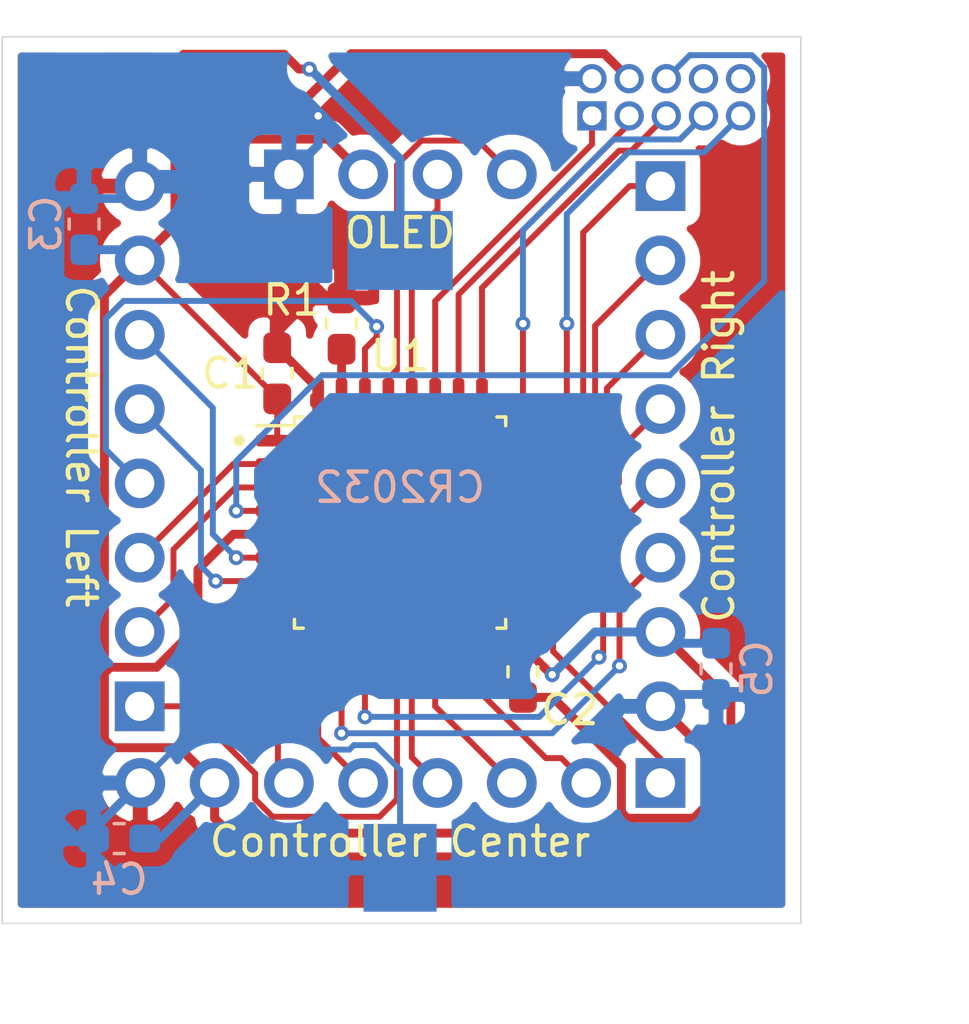
<source format=kicad_pcb>
(kicad_pcb (version 20171130) (host pcbnew "(5.1.5-0-10_14)")

  (general
    (thickness 1.6)
    (drawings 6)
    (tracks 246)
    (zones 0)
    (modules 14)
    (nets 32)
  )

  (page A4)
  (title_block
    (title "Tri Con")
    (date 2020-04-26)
    (rev 1.0)
  )

  (layers
    (0 F.Cu signal)
    (31 B.Cu signal)
    (32 B.Adhes user)
    (33 F.Adhes user)
    (34 B.Paste user)
    (35 F.Paste user)
    (36 B.SilkS user)
    (37 F.SilkS user)
    (38 B.Mask user)
    (39 F.Mask user)
    (40 Dwgs.User user)
    (41 Cmts.User user)
    (42 Eco1.User user)
    (43 Eco2.User user)
    (44 Edge.Cuts user)
    (45 Margin user)
    (46 B.CrtYd user hide)
    (47 F.CrtYd user hide)
    (48 B.Fab user hide)
    (49 F.Fab user hide)
  )

  (setup
    (last_trace_width 0.2032)
    (user_trace_width 0.2032)
    (user_trace_width 0.3048)
    (trace_clearance 0.2032)
    (zone_clearance 0.508)
    (zone_45_only no)
    (trace_min 0.1524)
    (via_size 0.508)
    (via_drill 0.254)
    (via_min_size 0.508)
    (via_min_drill 0.2032)
    (uvia_size 0.3)
    (uvia_drill 0.1)
    (uvias_allowed no)
    (uvia_min_size 0.2)
    (uvia_min_drill 0.1)
    (edge_width 0.05)
    (segment_width 0.2)
    (pcb_text_width 0.3)
    (pcb_text_size 1.5 1.5)
    (mod_edge_width 0.12)
    (mod_text_size 1 1)
    (mod_text_width 0.15)
    (pad_size 1.524 1.524)
    (pad_drill 0.762)
    (pad_to_mask_clearance 0.051)
    (solder_mask_min_width 0.25)
    (aux_axis_origin 0 0)
    (visible_elements FFFEFF7F)
    (pcbplotparams
      (layerselection 0x010fc_ffffffff)
      (usegerberextensions true)
      (usegerberattributes false)
      (usegerberadvancedattributes false)
      (creategerberjobfile false)
      (excludeedgelayer true)
      (linewidth 0.100000)
      (plotframeref false)
      (viasonmask false)
      (mode 1)
      (useauxorigin false)
      (hpglpennumber 1)
      (hpglpenspeed 20)
      (hpglpendiameter 15.000000)
      (psnegative false)
      (psa4output false)
      (plotreference true)
      (plotvalue true)
      (plotinvisibletext false)
      (padsonsilk false)
      (subtractmaskfromsilk false)
      (outputformat 1)
      (mirror false)
      (drillshape 0)
      (scaleselection 1)
      (outputdirectory "TriCon/"))
  )

  (net 0 "")
  (net 1 GND)
  (net 2 "Net-(BT1-Pad1)")
  (net 3 +3V0)
  (net 4 "Net-(J1-Pad7)")
  (net 5 "Net-(J1-Pad5)")
  (net 6 "Net-(J1-Pad4)")
  (net 7 NRST)
  (net 8 "Net-(J2-Pad4)")
  (net 9 "Net-(J2-Pad3)")
  (net 10 "Net-(J3-Pad6)")
  (net 11 "Net-(J3-Pad5)")
  (net 12 "Net-(J3-Pad4)")
  (net 13 "Net-(J3-Pad3)")
  (net 14 "Net-(J3-Pad2)")
  (net 15 "Net-(J3-Pad1)")
  (net 16 "Net-(J4-Pad6)")
  (net 17 "Net-(J4-Pad5)")
  (net 18 "Net-(J4-Pad4)")
  (net 19 "Net-(J4-Pad3)")
  (net 20 "Net-(J4-Pad2)")
  (net 21 "Net-(J4-Pad1)")
  (net 22 "Net-(J5-Pad6)")
  (net 23 "Net-(J5-Pad5)")
  (net 24 "Net-(J5-Pad4)")
  (net 25 "Net-(J5-Pad3)")
  (net 26 "Net-(J5-Pad2)")
  (net 27 "Net-(J5-Pad1)")
  (net 28 "Net-(R1-Pad1)")
  (net 29 "Net-(J1-Pad9)")
  (net 30 "Net-(J1-Pad3)")
  (net 31 "Net-(J1-Pad1)")

  (net_class Default "これはデフォルトのネット クラスです。"
    (clearance 0.2032)
    (trace_width 0.2032)
    (via_dia 0.508)
    (via_drill 0.254)
    (uvia_dia 0.3)
    (uvia_drill 0.1)
    (diff_pair_width 0.3048)
    (diff_pair_gap 0.3048)
    (add_net NRST)
    (add_net "Net-(BT1-Pad1)")
    (add_net "Net-(J1-Pad1)")
    (add_net "Net-(J1-Pad3)")
    (add_net "Net-(J1-Pad4)")
    (add_net "Net-(J1-Pad5)")
    (add_net "Net-(J1-Pad7)")
    (add_net "Net-(J1-Pad9)")
    (add_net "Net-(J2-Pad3)")
    (add_net "Net-(J2-Pad4)")
    (add_net "Net-(J3-Pad1)")
    (add_net "Net-(J3-Pad2)")
    (add_net "Net-(J3-Pad3)")
    (add_net "Net-(J3-Pad4)")
    (add_net "Net-(J3-Pad5)")
    (add_net "Net-(J3-Pad6)")
    (add_net "Net-(J4-Pad1)")
    (add_net "Net-(J4-Pad2)")
    (add_net "Net-(J4-Pad3)")
    (add_net "Net-(J4-Pad4)")
    (add_net "Net-(J4-Pad5)")
    (add_net "Net-(J4-Pad6)")
    (add_net "Net-(J5-Pad1)")
    (add_net "Net-(J5-Pad2)")
    (add_net "Net-(J5-Pad3)")
    (add_net "Net-(J5-Pad4)")
    (add_net "Net-(J5-Pad5)")
    (add_net "Net-(J5-Pad6)")
    (add_net "Net-(R1-Pad1)")
  )

  (net_class PWR ""
    (clearance 0.2032)
    (trace_width 0.3048)
    (via_dia 0.508)
    (via_drill 0.254)
    (uvia_dia 0.3)
    (uvia_drill 0.1)
    (diff_pair_width 0.3048)
    (diff_pair_gap 0.3048)
    (add_net +3V0)
    (add_net GND)
  )

  (module Package_QFP:LQFP-32_7x7mm_P0.8mm (layer F.Cu) (tedit 5EA5320D) (tstamp 5E9ED9BF)
    (at 149.9 100)
    (descr "LQFP, 32 Pin (https://www.nxp.com/docs/en/package-information/SOT358-1.pdf), generated with kicad-footprint-generator ipc_gullwing_generator.py")
    (tags "LQFP QFP")
    (path /5E9EF2D3)
    (attr smd)
    (fp_text reference U1 (at 0 -5.7) (layer F.SilkS)
      (effects (font (size 1 1) (thickness 0.15)))
    )
    (fp_text value STM32F303K8T6 (at 0 5.88) (layer F.Fab)
      (effects (font (size 1 1) (thickness 0.15)))
    )
    (fp_text user %R (at 0 0) (layer F.Fab)
      (effects (font (size 1 1) (thickness 0.15)))
    )
    (fp_line (start 5.18 3.3) (end 5.18 0) (layer F.CrtYd) (width 0.05))
    (fp_line (start 3.75 3.3) (end 5.18 3.3) (layer F.CrtYd) (width 0.05))
    (fp_line (start 3.75 3.75) (end 3.75 3.3) (layer F.CrtYd) (width 0.05))
    (fp_line (start 3.3 3.75) (end 3.75 3.75) (layer F.CrtYd) (width 0.05))
    (fp_line (start 3.3 5.18) (end 3.3 3.75) (layer F.CrtYd) (width 0.05))
    (fp_line (start 0 5.18) (end 3.3 5.18) (layer F.CrtYd) (width 0.05))
    (fp_line (start -5.18 3.3) (end -5.18 0) (layer F.CrtYd) (width 0.05))
    (fp_line (start -3.75 3.3) (end -5.18 3.3) (layer F.CrtYd) (width 0.05))
    (fp_line (start -3.75 3.75) (end -3.75 3.3) (layer F.CrtYd) (width 0.05))
    (fp_line (start -3.3 3.75) (end -3.75 3.75) (layer F.CrtYd) (width 0.05))
    (fp_line (start -3.3 5.18) (end -3.3 3.75) (layer F.CrtYd) (width 0.05))
    (fp_line (start 0 5.18) (end -3.3 5.18) (layer F.CrtYd) (width 0.05))
    (fp_line (start 5.18 -3.3) (end 5.18 0) (layer F.CrtYd) (width 0.05))
    (fp_line (start 3.75 -3.3) (end 5.18 -3.3) (layer F.CrtYd) (width 0.05))
    (fp_line (start 3.75 -3.75) (end 3.75 -3.3) (layer F.CrtYd) (width 0.05))
    (fp_line (start 3.3 -3.75) (end 3.75 -3.75) (layer F.CrtYd) (width 0.05))
    (fp_line (start 3.3 -5.18) (end 3.3 -3.75) (layer F.CrtYd) (width 0.05))
    (fp_line (start 0 -5.18) (end 3.3 -5.18) (layer F.CrtYd) (width 0.05))
    (fp_line (start -5.18 -3.3) (end -5.18 0) (layer F.CrtYd) (width 0.05))
    (fp_line (start -3.75 -3.3) (end -5.18 -3.3) (layer F.CrtYd) (width 0.05))
    (fp_line (start -3.75 -3.75) (end -3.75 -3.3) (layer F.CrtYd) (width 0.05))
    (fp_line (start -3.3 -3.75) (end -3.75 -3.75) (layer F.CrtYd) (width 0.05))
    (fp_line (start -3.3 -5.18) (end -3.3 -3.75) (layer F.CrtYd) (width 0.05))
    (fp_line (start 0 -5.18) (end -3.3 -5.18) (layer F.CrtYd) (width 0.05))
    (fp_line (start -3.5 -2.5) (end -2.5 -3.5) (layer F.Fab) (width 0.1))
    (fp_line (start -3.5 3.5) (end -3.5 -2.5) (layer F.Fab) (width 0.1))
    (fp_line (start 3.5 3.5) (end -3.5 3.5) (layer F.Fab) (width 0.1))
    (fp_line (start 3.5 -3.5) (end 3.5 3.5) (layer F.Fab) (width 0.1))
    (fp_line (start -2.5 -3.5) (end 3.5 -3.5) (layer F.Fab) (width 0.1))
    (fp_line (start -3.61 -3.31) (end -4.925 -3.31) (layer F.SilkS) (width 0.12))
    (fp_line (start -3.61 -3.61) (end -3.61 -3.31) (layer F.SilkS) (width 0.12))
    (fp_line (start -3.31 -3.61) (end -3.61 -3.61) (layer F.SilkS) (width 0.12))
    (fp_line (start 3.61 -3.61) (end 3.61 -3.31) (layer F.SilkS) (width 0.12))
    (fp_line (start 3.31 -3.61) (end 3.61 -3.61) (layer F.SilkS) (width 0.12))
    (fp_line (start -3.61 3.61) (end -3.61 3.31) (layer F.SilkS) (width 0.12))
    (fp_line (start -3.31 3.61) (end -3.61 3.61) (layer F.SilkS) (width 0.12))
    (fp_line (start 3.61 3.61) (end 3.61 3.31) (layer F.SilkS) (width 0.12))
    (fp_line (start 3.31 3.61) (end 3.61 3.61) (layer F.SilkS) (width 0.12))
    (fp_circle (center -5.5 -2.8) (end -5.4 -2.8) (layer F.SilkS) (width 0.2))
    (pad 32 smd roundrect (at -2.8 -4.175) (size 0.4 1.5) (layers F.Cu F.Paste F.Mask) (roundrect_rratio 0.25)
      (net 1 GND))
    (pad 31 smd roundrect (at -2 -4.175) (size 0.4 1.5) (layers F.Cu F.Paste F.Mask) (roundrect_rratio 0.25)
      (net 28 "Net-(R1-Pad1)"))
    (pad 30 smd roundrect (at -1.2 -4.175) (size 0.4 1.5) (layers F.Cu F.Paste F.Mask) (roundrect_rratio 0.25)
      (net 12 "Net-(J3-Pad4)"))
    (pad 29 smd roundrect (at -0.4 -4.175) (size 0.4 1.5) (layers F.Cu F.Paste F.Mask) (roundrect_rratio 0.25)
      (net 8 "Net-(J2-Pad4)"))
    (pad 28 smd roundrect (at 0.4 -4.175) (size 0.4 1.5) (layers F.Cu F.Paste F.Mask) (roundrect_rratio 0.25)
      (net 9 "Net-(J2-Pad3)"))
    (pad 27 smd roundrect (at 1.2 -4.175) (size 0.4 1.5) (layers F.Cu F.Paste F.Mask) (roundrect_rratio 0.25)
      (net 31 "Net-(J1-Pad1)"))
    (pad 26 smd roundrect (at 2 -4.175) (size 0.4 1.5) (layers F.Cu F.Paste F.Mask) (roundrect_rratio 0.25)
      (net 30 "Net-(J1-Pad3)"))
    (pad 25 smd roundrect (at 2.8 -4.175) (size 0.4 1.5) (layers F.Cu F.Paste F.Mask) (roundrect_rratio 0.25)
      (net 5 "Net-(J1-Pad5)"))
    (pad 24 smd roundrect (at 4.175 -2.8) (size 1.5 0.4) (layers F.Cu F.Paste F.Mask) (roundrect_rratio 0.25)
      (net 4 "Net-(J1-Pad7)"))
    (pad 23 smd roundrect (at 4.175 -2) (size 1.5 0.4) (layers F.Cu F.Paste F.Mask) (roundrect_rratio 0.25)
      (net 29 "Net-(J1-Pad9)"))
    (pad 22 smd roundrect (at 4.175 -1.2) (size 1.5 0.4) (layers F.Cu F.Paste F.Mask) (roundrect_rratio 0.25)
      (net 21 "Net-(J4-Pad1)"))
    (pad 21 smd roundrect (at 4.175 -0.4) (size 1.5 0.4) (layers F.Cu F.Paste F.Mask) (roundrect_rratio 0.25)
      (net 20 "Net-(J4-Pad2)"))
    (pad 20 smd roundrect (at 4.175 0.4) (size 1.5 0.4) (layers F.Cu F.Paste F.Mask) (roundrect_rratio 0.25)
      (net 19 "Net-(J4-Pad3)"))
    (pad 19 smd roundrect (at 4.175 1.2) (size 1.5 0.4) (layers F.Cu F.Paste F.Mask) (roundrect_rratio 0.25)
      (net 18 "Net-(J4-Pad4)"))
    (pad 18 smd roundrect (at 4.175 2) (size 1.5 0.4) (layers F.Cu F.Paste F.Mask) (roundrect_rratio 0.25)
      (net 27 "Net-(J5-Pad1)"))
    (pad 17 smd roundrect (at 4.175 2.8) (size 1.5 0.4) (layers F.Cu F.Paste F.Mask) (roundrect_rratio 0.25)
      (net 3 +3V0))
    (pad 16 smd roundrect (at 2.8 4.175) (size 0.4 1.5) (layers F.Cu F.Paste F.Mask) (roundrect_rratio 0.25)
      (net 1 GND))
    (pad 15 smd roundrect (at 2 4.175) (size 0.4 1.5) (layers F.Cu F.Paste F.Mask) (roundrect_rratio 0.25)
      (net 26 "Net-(J5-Pad2)"))
    (pad 14 smd roundrect (at 1.2 4.175) (size 0.4 1.5) (layers F.Cu F.Paste F.Mask) (roundrect_rratio 0.25)
      (net 25 "Net-(J5-Pad3)"))
    (pad 13 smd roundrect (at 0.4 4.175) (size 0.4 1.5) (layers F.Cu F.Paste F.Mask) (roundrect_rratio 0.25)
      (net 24 "Net-(J5-Pad4)"))
    (pad 12 smd roundrect (at -0.4 4.175) (size 0.4 1.5) (layers F.Cu F.Paste F.Mask) (roundrect_rratio 0.25)
      (net 15 "Net-(J3-Pad1)"))
    (pad 11 smd roundrect (at -1.2 4.175) (size 0.4 1.5) (layers F.Cu F.Paste F.Mask) (roundrect_rratio 0.25)
      (net 17 "Net-(J4-Pad5)"))
    (pad 10 smd roundrect (at -2 4.175) (size 0.4 1.5) (layers F.Cu F.Paste F.Mask) (roundrect_rratio 0.25)
      (net 16 "Net-(J4-Pad6)"))
    (pad 9 smd roundrect (at -2.8 4.175) (size 0.4 1.5) (layers F.Cu F.Paste F.Mask) (roundrect_rratio 0.25)
      (net 23 "Net-(J5-Pad5)"))
    (pad 8 smd roundrect (at -4.175 2.8) (size 1.5 0.4) (layers F.Cu F.Paste F.Mask) (roundrect_rratio 0.25)
      (net 22 "Net-(J5-Pad6)"))
    (pad 7 smd roundrect (at -4.175 2) (size 1.5 0.4) (layers F.Cu F.Paste F.Mask) (roundrect_rratio 0.25)
      (net 11 "Net-(J3-Pad5)"))
    (pad 6 smd roundrect (at -4.175 1.2) (size 1.5 0.4) (layers F.Cu F.Paste F.Mask) (roundrect_rratio 0.25)
      (net 10 "Net-(J3-Pad6)"))
    (pad 5 smd roundrect (at -4.175 0.4) (size 1.5 0.4) (layers F.Cu F.Paste F.Mask) (roundrect_rratio 0.25)
      (net 3 +3V0))
    (pad 4 smd roundrect (at -4.175 -0.4) (size 1.5 0.4) (layers F.Cu F.Paste F.Mask) (roundrect_rratio 0.25)
      (net 7 NRST))
    (pad 3 smd roundrect (at -4.175 -1.2) (size 1.5 0.4) (layers F.Cu F.Paste F.Mask) (roundrect_rratio 0.25)
      (net 14 "Net-(J3-Pad2)"))
    (pad 2 smd roundrect (at -4.175 -2) (size 1.5 0.4) (layers F.Cu F.Paste F.Mask) (roundrect_rratio 0.25)
      (net 13 "Net-(J3-Pad3)"))
    (pad 1 smd roundrect (at -4.175 -2.8) (size 1.5 0.4) (layers F.Cu F.Paste F.Mask) (roundrect_rratio 0.25)
      (net 3 +3V0))
    (model ${KISYS3DMOD}/Package_QFP.3dshapes/LQFP-32_7x7mm_P0.8mm.wrl
      (at (xyz 0 0 0))
      (scale (xyz 1 1 1))
      (rotate (xyz 0 0 0))
    )
  )

  (module TriCon:CR2032_SMD (layer B.Cu) (tedit 5EA03062) (tstamp 5E9ED854)
    (at 149.9 101.2 90)
    (path /5E9C5FD7)
    (fp_text reference CR2032 (at 2.4 0) (layer B.SilkS)
      (effects (font (size 1 1) (thickness 0.15)) (justify mirror))
    )
    (fp_text value CR2032 (at 0 -1 90) (layer B.Fab)
      (effects (font (size 1 1) (thickness 0.15)) (justify mirror))
    )
    (fp_line (start -12.5 7.8) (end -12.5 -7.8) (layer Dwgs.User) (width 0.12))
    (fp_line (start -12.5 -7.8) (end 12.5 -7.8) (layer Dwgs.User) (width 0.12))
    (fp_line (start 12.5 -7.8) (end 12.5 7.8) (layer Dwgs.User) (width 0.12))
    (fp_line (start 12.5 7.8) (end -12.5 7.8) (layer Dwgs.User) (width 0.12))
    (pad 1 smd rect (at 10.5 0 90) (size 2.7 3.6) (layers B.Cu B.Paste B.Mask)
      (net 2 "Net-(BT1-Pad1)"))
    (pad 2 smd rect (at -10.6 0 90) (size 3 2.5) (layers B.Cu B.Paste B.Mask)
      (net 1 GND))
  )

  (module Connector_PinHeader_1.27mm:PinHeader_2x05_P1.27mm_Vertical (layer F.Cu) (tedit 5E9EFA1F) (tstamp 5E9ED8E6)
    (at 156.46 86.1 90)
    (descr "Through hole straight pin header, 2x05, 1.27mm pitch, double rows")
    (tags "Through hole pin header THT 2x05 1.27mm double row")
    (path /5E9C3D4C)
    (fp_text reference J1 (at 1.6 -3.2 180) (layer F.SilkS) hide
      (effects (font (size 1 1) (thickness 0.15)))
    )
    (fp_text value "STM32 Debug" (at 0.635 6.775 90) (layer F.Fab)
      (effects (font (size 1 1) (thickness 0.15)))
    )
    (fp_text user %R (at 0.635 2.54 180) (layer F.Fab)
      (effects (font (size 1 1) (thickness 0.15)))
    )
    (fp_line (start 2.85 -1.15) (end -1.6 -1.15) (layer F.CrtYd) (width 0.05))
    (fp_line (start 2.85 6.25) (end 2.85 -1.15) (layer F.CrtYd) (width 0.05))
    (fp_line (start -1.6 6.25) (end 2.85 6.25) (layer F.CrtYd) (width 0.05))
    (fp_line (start -1.6 -1.15) (end -1.6 6.25) (layer F.CrtYd) (width 0.05))
    (fp_line (start -1.07 0.2175) (end -0.2175 -0.635) (layer F.Fab) (width 0.1))
    (fp_line (start -1.07 5.715) (end -1.07 0.2175) (layer F.Fab) (width 0.1))
    (fp_line (start 2.34 5.715) (end -1.07 5.715) (layer F.Fab) (width 0.1))
    (fp_line (start 2.34 -0.635) (end 2.34 5.715) (layer F.Fab) (width 0.1))
    (fp_line (start -0.2175 -0.635) (end 2.34 -0.635) (layer F.Fab) (width 0.1))
    (pad 10 thru_hole oval (at 1.27 5.08 90) (size 1 1) (drill 0.65) (layers *.Cu *.Mask))
    (pad 9 thru_hole oval (at 0 5.08 90) (size 1 1) (drill 0.65) (layers *.Cu *.Mask)
      (net 29 "Net-(J1-Pad9)"))
    (pad 8 thru_hole oval (at 1.27 3.81 90) (size 1 1) (drill 0.65) (layers *.Cu *.Mask))
    (pad 7 thru_hole oval (at 0 3.81 90) (size 1 1) (drill 0.65) (layers *.Cu *.Mask)
      (net 4 "Net-(J1-Pad7)"))
    (pad 6 thru_hole oval (at 1.27 2.54 90) (size 1 1) (drill 0.65) (layers *.Cu *.Mask)
      (net 7 NRST))
    (pad 5 thru_hole oval (at 0 2.54 90) (size 1 1) (drill 0.65) (layers *.Cu *.Mask)
      (net 5 "Net-(J1-Pad5)"))
    (pad 4 thru_hole oval (at 1.27 1.27 90) (size 1 1) (drill 0.65) (layers *.Cu *.Mask)
      (net 6 "Net-(J1-Pad4)"))
    (pad 3 thru_hole oval (at 0 1.27 90) (size 1 1) (drill 0.65) (layers *.Cu *.Mask)
      (net 30 "Net-(J1-Pad3)"))
    (pad 2 thru_hole oval (at 1.27 0 90) (size 1 1) (drill 0.65) (layers *.Cu *.Mask)
      (net 1 GND))
    (pad 1 thru_hole rect (at 0 0 90) (size 1 1) (drill 0.65) (layers *.Cu *.Mask)
      (net 31 "Net-(J1-Pad1)"))
    (model ${KISYS3DMOD}/Connector_PinHeader_1.27mm.3dshapes/PinHeader_2x05_P1.27mm_Vertical.wrl
      (at (xyz 0 0 0))
      (scale (xyz 1 1 1))
      (rotate (xyz 0 0 0))
    )
  )

  (module Connector_PinHeader_2.54mm:PinHeader_1x04_P2.54mm_Vertical (layer F.Cu) (tedit 5E9EF9DF) (tstamp 5E9ED8FE)
    (at 146.1 88.1 90)
    (descr "Through hole straight pin header, 1x04, 2.54mm pitch, single row")
    (tags "Through hole pin header THT 1x04 2.54mm single row")
    (path /5E9B61ED)
    (fp_text reference OLED (at -2 3.8 180) (layer F.SilkS)
      (effects (font (size 1 1) (thickness 0.15)))
    )
    (fp_text value OLED128x64 (at 0 9.95 90) (layer F.Fab)
      (effects (font (size 1 1) (thickness 0.15)))
    )
    (fp_text user %R (at 0 3.81 180) (layer F.Fab)
      (effects (font (size 1 1) (thickness 0.15)))
    )
    (fp_line (start 1.8 -1.8) (end -1.8 -1.8) (layer F.CrtYd) (width 0.05))
    (fp_line (start 1.8 9.4) (end 1.8 -1.8) (layer F.CrtYd) (width 0.05))
    (fp_line (start -1.8 9.4) (end 1.8 9.4) (layer F.CrtYd) (width 0.05))
    (fp_line (start -1.8 -1.8) (end -1.8 9.4) (layer F.CrtYd) (width 0.05))
    (fp_line (start -1.27 -0.635) (end -0.635 -1.27) (layer F.Fab) (width 0.1))
    (fp_line (start -1.27 8.89) (end -1.27 -0.635) (layer F.Fab) (width 0.1))
    (fp_line (start 1.27 8.89) (end -1.27 8.89) (layer F.Fab) (width 0.1))
    (fp_line (start 1.27 -1.27) (end 1.27 8.89) (layer F.Fab) (width 0.1))
    (fp_line (start -0.635 -1.27) (end 1.27 -1.27) (layer F.Fab) (width 0.1))
    (pad 4 thru_hole oval (at 0 7.62 90) (size 1.7 1.7) (drill 1) (layers *.Cu *.Mask)
      (net 8 "Net-(J2-Pad4)"))
    (pad 3 thru_hole oval (at 0 5.08 90) (size 1.7 1.7) (drill 1) (layers *.Cu *.Mask)
      (net 9 "Net-(J2-Pad3)"))
    (pad 2 thru_hole oval (at 0 2.54 90) (size 1.7 1.7) (drill 1) (layers *.Cu *.Mask)
      (net 3 +3V0))
    (pad 1 thru_hole rect (at 0 0 90) (size 1.7 1.7) (drill 1) (layers *.Cu *.Mask)
      (net 1 GND))
    (model ${KISYS3DMOD}/Connector_PinHeader_2.54mm.3dshapes/PinHeader_1x04_P2.54mm_Vertical.wrl
      (at (xyz 0 0 0))
      (scale (xyz 1 1 1))
      (rotate (xyz 0 0 0))
    )
  )

  (module Connector_PinHeader_2.54mm:PinHeader_1x08_P2.54mm_Vertical (layer F.Cu) (tedit 5E9EF9BD) (tstamp 5E9ED952)
    (at 158.8 108.9 270)
    (descr "Through hole straight pin header, 1x08, 2.54mm pitch, single row")
    (tags "Through hole pin header THT 1x08 2.54mm single row")
    (path /5E9B584A)
    (fp_text reference "Controller Center" (at 2 8.9 unlocked) (layer F.SilkS)
      (effects (font (size 1 1) (thickness 0.15)))
    )
    (fp_text value "Controller Center" (at 0 20.11 90) (layer F.Fab)
      (effects (font (size 1 1) (thickness 0.15)))
    )
    (fp_text user %R (at 0 8.89) (layer F.Fab)
      (effects (font (size 1 1) (thickness 0.15)))
    )
    (fp_line (start 1.8 -1.8) (end -1.8 -1.8) (layer F.CrtYd) (width 0.05))
    (fp_line (start 1.8 19.55) (end 1.8 -1.8) (layer F.CrtYd) (width 0.05))
    (fp_line (start -1.8 19.55) (end 1.8 19.55) (layer F.CrtYd) (width 0.05))
    (fp_line (start -1.8 -1.8) (end -1.8 19.55) (layer F.CrtYd) (width 0.05))
    (fp_line (start -1.27 -0.635) (end -0.635 -1.27) (layer F.Fab) (width 0.1))
    (fp_line (start -1.27 19.05) (end -1.27 -0.635) (layer F.Fab) (width 0.1))
    (fp_line (start 1.27 19.05) (end -1.27 19.05) (layer F.Fab) (width 0.1))
    (fp_line (start 1.27 -1.27) (end 1.27 19.05) (layer F.Fab) (width 0.1))
    (fp_line (start -0.635 -1.27) (end 1.27 -1.27) (layer F.Fab) (width 0.1))
    (pad 8 thru_hole oval (at 0 17.78 270) (size 1.7 1.7) (drill 1) (layers *.Cu *.Mask)
      (net 1 GND))
    (pad 7 thru_hole oval (at 0 15.24 270) (size 1.7 1.7) (drill 1) (layers *.Cu *.Mask)
      (net 3 +3V0))
    (pad 6 thru_hole oval (at 0 12.7 270) (size 1.7 1.7) (drill 1) (layers *.Cu *.Mask)
      (net 22 "Net-(J5-Pad6)"))
    (pad 5 thru_hole oval (at 0 10.16 270) (size 1.7 1.7) (drill 1) (layers *.Cu *.Mask)
      (net 23 "Net-(J5-Pad5)"))
    (pad 4 thru_hole oval (at 0 7.62 270) (size 1.7 1.7) (drill 1) (layers *.Cu *.Mask)
      (net 24 "Net-(J5-Pad4)"))
    (pad 3 thru_hole oval (at 0 5.08 270) (size 1.7 1.7) (drill 1) (layers *.Cu *.Mask)
      (net 25 "Net-(J5-Pad3)"))
    (pad 2 thru_hole oval (at 0 2.54 270) (size 1.7 1.7) (drill 1) (layers *.Cu *.Mask)
      (net 26 "Net-(J5-Pad2)"))
    (pad 1 thru_hole rect (at 0 0 270) (size 1.7 1.7) (drill 1) (layers *.Cu *.Mask)
      (net 27 "Net-(J5-Pad1)"))
    (model ${KISYS3DMOD}/Connector_PinHeader_2.54mm.3dshapes/PinHeader_1x08_P2.54mm_Vertical.wrl
      (at (xyz 0 0 0))
      (scale (xyz 1 1 1))
      (rotate (xyz 0 0 0))
    )
  )

  (module Connector_PinHeader_2.54mm:PinHeader_1x08_P2.54mm_Vertical (layer F.Cu) (tedit 5E9EF99C) (tstamp 5EA03E0F)
    (at 158.8 88.5)
    (descr "Through hole straight pin header, 1x08, 2.54mm pitch, single row")
    (tags "Through hole pin header THT 1x08 2.54mm single row")
    (path /5E9B509B)
    (fp_text reference "Controller Right" (at 2 8.9 -270 unlocked) (layer F.SilkS)
      (effects (font (size 1 1) (thickness 0.15)))
    )
    (fp_text value "Controller Right" (at 0 20.11 180) (layer F.Fab)
      (effects (font (size 1 1) (thickness 0.15)))
    )
    (fp_text user %R (at 0 8.89 -270) (layer F.Fab)
      (effects (font (size 1 1) (thickness 0.15)))
    )
    (fp_line (start 1.8 -1.8) (end -1.8 -1.8) (layer F.CrtYd) (width 0.05))
    (fp_line (start 1.8 19.55) (end 1.8 -1.8) (layer F.CrtYd) (width 0.05))
    (fp_line (start -1.8 19.55) (end 1.8 19.55) (layer F.CrtYd) (width 0.05))
    (fp_line (start -1.8 -1.8) (end -1.8 19.55) (layer F.CrtYd) (width 0.05))
    (fp_line (start -1.27 -0.635) (end -0.635 -1.27) (layer F.Fab) (width 0.1))
    (fp_line (start -1.27 19.05) (end -1.27 -0.635) (layer F.Fab) (width 0.1))
    (fp_line (start 1.27 19.05) (end -1.27 19.05) (layer F.Fab) (width 0.1))
    (fp_line (start 1.27 -1.27) (end 1.27 19.05) (layer F.Fab) (width 0.1))
    (fp_line (start -0.635 -1.27) (end 1.27 -1.27) (layer F.Fab) (width 0.1))
    (pad 8 thru_hole oval (at 0 17.78) (size 1.7 1.7) (drill 1) (layers *.Cu *.Mask)
      (net 1 GND))
    (pad 7 thru_hole oval (at 0 15.24) (size 1.7 1.7) (drill 1) (layers *.Cu *.Mask)
      (net 3 +3V0))
    (pad 6 thru_hole oval (at 0 12.7) (size 1.7 1.7) (drill 1) (layers *.Cu *.Mask)
      (net 16 "Net-(J4-Pad6)"))
    (pad 5 thru_hole oval (at 0 10.16) (size 1.7 1.7) (drill 1) (layers *.Cu *.Mask)
      (net 17 "Net-(J4-Pad5)"))
    (pad 4 thru_hole oval (at 0 7.62) (size 1.7 1.7) (drill 1) (layers *.Cu *.Mask)
      (net 18 "Net-(J4-Pad4)"))
    (pad 3 thru_hole oval (at 0 5.08) (size 1.7 1.7) (drill 1) (layers *.Cu *.Mask)
      (net 19 "Net-(J4-Pad3)"))
    (pad 2 thru_hole oval (at 0 2.54) (size 1.7 1.7) (drill 1) (layers *.Cu *.Mask)
      (net 20 "Net-(J4-Pad2)"))
    (pad 1 thru_hole rect (at 0 0) (size 1.7 1.7) (drill 1) (layers *.Cu *.Mask)
      (net 21 "Net-(J4-Pad1)"))
    (model ${KISYS3DMOD}/Connector_PinHeader_2.54mm.3dshapes/PinHeader_1x08_P2.54mm_Vertical.wrl
      (at (xyz 0 0 0))
      (scale (xyz 1 1 1))
      (rotate (xyz 0 0 0))
    )
  )

  (module Connector_PinHeader_2.54mm:PinHeader_1x08_P2.54mm_Vertical (layer F.Cu) (tedit 5E9EF968) (tstamp 5E9ED91A)
    (at 141 106.28 180)
    (descr "Through hole straight pin header, 1x08, 2.54mm pitch, single row")
    (tags "Through hole pin header THT 1x08 2.54mm single row")
    (path /5E9B4275)
    (fp_text reference "Controller Left" (at 2 8.88 270 unlocked) (layer F.SilkS)
      (effects (font (size 1 1) (thickness 0.15)))
    )
    (fp_text value "Controller Left" (at 0 20.11 180) (layer F.Fab)
      (effects (font (size 1 1) (thickness 0.15)))
    )
    (fp_text user %R (at 0 8.89 270) (layer F.Fab)
      (effects (font (size 1 1) (thickness 0.15)))
    )
    (fp_line (start 1.8 -1.8) (end -1.8 -1.8) (layer F.CrtYd) (width 0.05))
    (fp_line (start 1.8 19.55) (end 1.8 -1.8) (layer F.CrtYd) (width 0.05))
    (fp_line (start -1.8 19.55) (end 1.8 19.55) (layer F.CrtYd) (width 0.05))
    (fp_line (start -1.8 -1.8) (end -1.8 19.55) (layer F.CrtYd) (width 0.05))
    (fp_line (start -1.27 -0.635) (end -0.635 -1.27) (layer F.Fab) (width 0.1))
    (fp_line (start -1.27 19.05) (end -1.27 -0.635) (layer F.Fab) (width 0.1))
    (fp_line (start 1.27 19.05) (end -1.27 19.05) (layer F.Fab) (width 0.1))
    (fp_line (start 1.27 -1.27) (end 1.27 19.05) (layer F.Fab) (width 0.1))
    (fp_line (start -0.635 -1.27) (end 1.27 -1.27) (layer F.Fab) (width 0.1))
    (pad 8 thru_hole oval (at 0 17.78 180) (size 1.7 1.7) (drill 1) (layers *.Cu *.Mask)
      (net 1 GND))
    (pad 7 thru_hole oval (at 0 15.24 180) (size 1.7 1.7) (drill 1) (layers *.Cu *.Mask)
      (net 3 +3V0))
    (pad 6 thru_hole oval (at 0 12.7 180) (size 1.7 1.7) (drill 1) (layers *.Cu *.Mask)
      (net 10 "Net-(J3-Pad6)"))
    (pad 5 thru_hole oval (at 0 10.16 180) (size 1.7 1.7) (drill 1) (layers *.Cu *.Mask)
      (net 11 "Net-(J3-Pad5)"))
    (pad 4 thru_hole oval (at 0 7.62 180) (size 1.7 1.7) (drill 1) (layers *.Cu *.Mask)
      (net 12 "Net-(J3-Pad4)"))
    (pad 3 thru_hole oval (at 0 5.08 180) (size 1.7 1.7) (drill 1) (layers *.Cu *.Mask)
      (net 13 "Net-(J3-Pad3)"))
    (pad 2 thru_hole oval (at 0 2.54 180) (size 1.7 1.7) (drill 1) (layers *.Cu *.Mask)
      (net 14 "Net-(J3-Pad2)"))
    (pad 1 thru_hole rect (at 0 0 180) (size 1.7 1.7) (drill 1) (layers *.Cu *.Mask)
      (net 15 "Net-(J3-Pad1)"))
    (model ${KISYS3DMOD}/Connector_PinHeader_2.54mm.3dshapes/PinHeader_1x08_P2.54mm_Vertical.wrl
      (at (xyz 0 0 0))
      (scale (xyz 1 1 1))
      (rotate (xyz 0 0 0))
    )
  )

  (module Capacitor_SMD:C_0603_1608Metric_Pad1.05x0.95mm_HandSolder (layer B.Cu) (tedit 5B301BBE) (tstamp 5E9F0205)
    (at 160.7 105 270)
    (descr "Capacitor SMD 0603 (1608 Metric), square (rectangular) end terminal, IPC_7351 nominal with elongated pad for handsoldering. (Body size source: http://www.tortai-tech.com/upload/download/2011102023233369053.pdf), generated with kicad-footprint-generator")
    (tags "capacitor handsolder")
    (path /5EB0C113)
    (attr smd)
    (fp_text reference C5 (at 0 -1.4 90) (layer B.SilkS)
      (effects (font (size 1 1) (thickness 0.15)) (justify mirror))
    )
    (fp_text value 0.1uF (at 0 -1.43 90) (layer B.Fab)
      (effects (font (size 1 1) (thickness 0.15)) (justify mirror))
    )
    (fp_text user %R (at 0 0 90) (layer B.Fab)
      (effects (font (size 0.4 0.4) (thickness 0.06)) (justify mirror))
    )
    (fp_line (start 1.65 -0.73) (end -1.65 -0.73) (layer B.CrtYd) (width 0.05))
    (fp_line (start 1.65 0.73) (end 1.65 -0.73) (layer B.CrtYd) (width 0.05))
    (fp_line (start -1.65 0.73) (end 1.65 0.73) (layer B.CrtYd) (width 0.05))
    (fp_line (start -1.65 -0.73) (end -1.65 0.73) (layer B.CrtYd) (width 0.05))
    (fp_line (start -0.171267 -0.51) (end 0.171267 -0.51) (layer B.SilkS) (width 0.12))
    (fp_line (start -0.171267 0.51) (end 0.171267 0.51) (layer B.SilkS) (width 0.12))
    (fp_line (start 0.8 -0.4) (end -0.8 -0.4) (layer B.Fab) (width 0.1))
    (fp_line (start 0.8 0.4) (end 0.8 -0.4) (layer B.Fab) (width 0.1))
    (fp_line (start -0.8 0.4) (end 0.8 0.4) (layer B.Fab) (width 0.1))
    (fp_line (start -0.8 -0.4) (end -0.8 0.4) (layer B.Fab) (width 0.1))
    (pad 2 smd roundrect (at 0.875 0 270) (size 1.05 0.95) (layers B.Cu B.Paste B.Mask) (roundrect_rratio 0.25)
      (net 1 GND))
    (pad 1 smd roundrect (at -0.875 0 270) (size 1.05 0.95) (layers B.Cu B.Paste B.Mask) (roundrect_rratio 0.25)
      (net 3 +3V0))
    (model ${KISYS3DMOD}/Capacitor_SMD.3dshapes/C_0603_1608Metric.wrl
      (at (xyz 0 0 0))
      (scale (xyz 1 1 1))
      (rotate (xyz 0 0 0))
    )
  )

  (module Capacitor_SMD:C_0603_1608Metric_Pad1.05x0.95mm_HandSolder (layer B.Cu) (tedit 5B301BBE) (tstamp 5E9ED898)
    (at 140.3 110.8 180)
    (descr "Capacitor SMD 0603 (1608 Metric), square (rectangular) end terminal, IPC_7351 nominal with elongated pad for handsoldering. (Body size source: http://www.tortai-tech.com/upload/download/2011102023233369053.pdf), generated with kicad-footprint-generator")
    (tags "capacitor handsolder")
    (path /5EAE227B)
    (attr smd)
    (fp_text reference C4 (at 0 -1.4) (layer B.SilkS)
      (effects (font (size 1 1) (thickness 0.15)) (justify mirror))
    )
    (fp_text value 0.1uF (at 0 -1.43) (layer B.Fab)
      (effects (font (size 1 1) (thickness 0.15)) (justify mirror))
    )
    (fp_text user %R (at 0 0) (layer B.Fab)
      (effects (font (size 0.4 0.4) (thickness 0.06)) (justify mirror))
    )
    (fp_line (start 1.65 -0.73) (end -1.65 -0.73) (layer B.CrtYd) (width 0.05))
    (fp_line (start 1.65 0.73) (end 1.65 -0.73) (layer B.CrtYd) (width 0.05))
    (fp_line (start -1.65 0.73) (end 1.65 0.73) (layer B.CrtYd) (width 0.05))
    (fp_line (start -1.65 -0.73) (end -1.65 0.73) (layer B.CrtYd) (width 0.05))
    (fp_line (start -0.171267 -0.51) (end 0.171267 -0.51) (layer B.SilkS) (width 0.12))
    (fp_line (start -0.171267 0.51) (end 0.171267 0.51) (layer B.SilkS) (width 0.12))
    (fp_line (start 0.8 -0.4) (end -0.8 -0.4) (layer B.Fab) (width 0.1))
    (fp_line (start 0.8 0.4) (end 0.8 -0.4) (layer B.Fab) (width 0.1))
    (fp_line (start -0.8 0.4) (end 0.8 0.4) (layer B.Fab) (width 0.1))
    (fp_line (start -0.8 -0.4) (end -0.8 0.4) (layer B.Fab) (width 0.1))
    (pad 2 smd roundrect (at 0.875 0 180) (size 1.05 0.95) (layers B.Cu B.Paste B.Mask) (roundrect_rratio 0.25)
      (net 1 GND))
    (pad 1 smd roundrect (at -0.875 0 180) (size 1.05 0.95) (layers B.Cu B.Paste B.Mask) (roundrect_rratio 0.25)
      (net 3 +3V0))
    (model ${KISYS3DMOD}/Capacitor_SMD.3dshapes/C_0603_1608Metric.wrl
      (at (xyz 0 0 0))
      (scale (xyz 1 1 1))
      (rotate (xyz 0 0 0))
    )
  )

  (module Capacitor_SMD:C_0603_1608Metric_Pad1.05x0.95mm_HandSolder (layer B.Cu) (tedit 5B301BBE) (tstamp 5E9ED887)
    (at 139.1 89.8 90)
    (descr "Capacitor SMD 0603 (1608 Metric), square (rectangular) end terminal, IPC_7351 nominal with elongated pad for handsoldering. (Body size source: http://www.tortai-tech.com/upload/download/2011102023233369053.pdf), generated with kicad-footprint-generator")
    (tags "capacitor handsolder")
    (path /5EAE1DC9)
    (attr smd)
    (fp_text reference C3 (at 0 -1.3 90) (layer B.SilkS)
      (effects (font (size 1 1) (thickness 0.15)) (justify mirror))
    )
    (fp_text value 0.1uF (at 0 -1.43 90) (layer B.Fab)
      (effects (font (size 1 1) (thickness 0.15)) (justify mirror))
    )
    (fp_text user %R (at 0 0 90) (layer B.Fab)
      (effects (font (size 0.4 0.4) (thickness 0.06)) (justify mirror))
    )
    (fp_line (start 1.65 -0.73) (end -1.65 -0.73) (layer B.CrtYd) (width 0.05))
    (fp_line (start 1.65 0.73) (end 1.65 -0.73) (layer B.CrtYd) (width 0.05))
    (fp_line (start -1.65 0.73) (end 1.65 0.73) (layer B.CrtYd) (width 0.05))
    (fp_line (start -1.65 -0.73) (end -1.65 0.73) (layer B.CrtYd) (width 0.05))
    (fp_line (start -0.171267 -0.51) (end 0.171267 -0.51) (layer B.SilkS) (width 0.12))
    (fp_line (start -0.171267 0.51) (end 0.171267 0.51) (layer B.SilkS) (width 0.12))
    (fp_line (start 0.8 -0.4) (end -0.8 -0.4) (layer B.Fab) (width 0.1))
    (fp_line (start 0.8 0.4) (end 0.8 -0.4) (layer B.Fab) (width 0.1))
    (fp_line (start -0.8 0.4) (end 0.8 0.4) (layer B.Fab) (width 0.1))
    (fp_line (start -0.8 -0.4) (end -0.8 0.4) (layer B.Fab) (width 0.1))
    (pad 2 smd roundrect (at 0.875 0 90) (size 1.05 0.95) (layers B.Cu B.Paste B.Mask) (roundrect_rratio 0.25)
      (net 1 GND))
    (pad 1 smd roundrect (at -0.875 0 90) (size 1.05 0.95) (layers B.Cu B.Paste B.Mask) (roundrect_rratio 0.25)
      (net 3 +3V0))
    (model ${KISYS3DMOD}/Capacitor_SMD.3dshapes/C_0603_1608Metric.wrl
      (at (xyz 0 0 0))
      (scale (xyz 1 1 1))
      (rotate (xyz 0 0 0))
    )
  )

  (module Capacitor_SMD:C_0603_1608Metric_Pad1.05x0.95mm_HandSolder (layer F.Cu) (tedit 5B301BBE) (tstamp 5E9ED876)
    (at 154.1 105.1 270)
    (descr "Capacitor SMD 0603 (1608 Metric), square (rectangular) end terminal, IPC_7351 nominal with elongated pad for handsoldering. (Body size source: http://www.tortai-tech.com/upload/download/2011102023233369053.pdf), generated with kicad-footprint-generator")
    (tags "capacitor handsolder")
    (path /5EAE1637)
    (attr smd)
    (fp_text reference C2 (at 1.3 -1.6) (layer F.SilkS)
      (effects (font (size 1 1) (thickness 0.15)))
    )
    (fp_text value 0.1uF (at 0 1.43 270) (layer F.Fab)
      (effects (font (size 1 1) (thickness 0.15)))
    )
    (fp_text user %R (at 0 0 270) (layer F.Fab)
      (effects (font (size 0.4 0.4) (thickness 0.06)))
    )
    (fp_line (start 1.65 0.73) (end -1.65 0.73) (layer F.CrtYd) (width 0.05))
    (fp_line (start 1.65 -0.73) (end 1.65 0.73) (layer F.CrtYd) (width 0.05))
    (fp_line (start -1.65 -0.73) (end 1.65 -0.73) (layer F.CrtYd) (width 0.05))
    (fp_line (start -1.65 0.73) (end -1.65 -0.73) (layer F.CrtYd) (width 0.05))
    (fp_line (start -0.171267 0.51) (end 0.171267 0.51) (layer F.SilkS) (width 0.12))
    (fp_line (start -0.171267 -0.51) (end 0.171267 -0.51) (layer F.SilkS) (width 0.12))
    (fp_line (start 0.8 0.4) (end -0.8 0.4) (layer F.Fab) (width 0.1))
    (fp_line (start 0.8 -0.4) (end 0.8 0.4) (layer F.Fab) (width 0.1))
    (fp_line (start -0.8 -0.4) (end 0.8 -0.4) (layer F.Fab) (width 0.1))
    (fp_line (start -0.8 0.4) (end -0.8 -0.4) (layer F.Fab) (width 0.1))
    (pad 2 smd roundrect (at 0.875 0 270) (size 1.05 0.95) (layers F.Cu F.Paste F.Mask) (roundrect_rratio 0.25)
      (net 1 GND))
    (pad 1 smd roundrect (at -0.875 0 270) (size 1.05 0.95) (layers F.Cu F.Paste F.Mask) (roundrect_rratio 0.25)
      (net 3 +3V0))
    (model ${KISYS3DMOD}/Capacitor_SMD.3dshapes/C_0603_1608Metric.wrl
      (at (xyz 0 0 0))
      (scale (xyz 1 1 1))
      (rotate (xyz 0 0 0))
    )
  )

  (module Capacitor_SMD:C_0603_1608Metric_Pad1.05x0.95mm_HandSolder (layer F.Cu) (tedit 5B301BBE) (tstamp 5E9ED865)
    (at 145.7 94.9 90)
    (descr "Capacitor SMD 0603 (1608 Metric), square (rectangular) end terminal, IPC_7351 nominal with elongated pad for handsoldering. (Body size source: http://www.tortai-tech.com/upload/download/2011102023233369053.pdf), generated with kicad-footprint-generator")
    (tags "capacitor handsolder")
    (path /5E9DD679)
    (attr smd)
    (fp_text reference C1 (at 0 -1.6 180) (layer F.SilkS)
      (effects (font (size 1 1) (thickness 0.15)))
    )
    (fp_text value 0.1uF (at 0 1.43 90) (layer F.Fab)
      (effects (font (size 1 1) (thickness 0.15)))
    )
    (fp_text user %R (at 0 0 90) (layer F.Fab)
      (effects (font (size 0.4 0.4) (thickness 0.06)))
    )
    (fp_line (start 1.65 0.73) (end -1.65 0.73) (layer F.CrtYd) (width 0.05))
    (fp_line (start 1.65 -0.73) (end 1.65 0.73) (layer F.CrtYd) (width 0.05))
    (fp_line (start -1.65 -0.73) (end 1.65 -0.73) (layer F.CrtYd) (width 0.05))
    (fp_line (start -1.65 0.73) (end -1.65 -0.73) (layer F.CrtYd) (width 0.05))
    (fp_line (start -0.171267 0.51) (end 0.171267 0.51) (layer F.SilkS) (width 0.12))
    (fp_line (start -0.171267 -0.51) (end 0.171267 -0.51) (layer F.SilkS) (width 0.12))
    (fp_line (start 0.8 0.4) (end -0.8 0.4) (layer F.Fab) (width 0.1))
    (fp_line (start 0.8 -0.4) (end 0.8 0.4) (layer F.Fab) (width 0.1))
    (fp_line (start -0.8 -0.4) (end 0.8 -0.4) (layer F.Fab) (width 0.1))
    (fp_line (start -0.8 0.4) (end -0.8 -0.4) (layer F.Fab) (width 0.1))
    (pad 2 smd roundrect (at 0.875 0 90) (size 1.05 0.95) (layers F.Cu F.Paste F.Mask) (roundrect_rratio 0.25)
      (net 1 GND))
    (pad 1 smd roundrect (at -0.875 0 90) (size 1.05 0.95) (layers F.Cu F.Paste F.Mask) (roundrect_rratio 0.25)
      (net 3 +3V0))
    (model ${KISYS3DMOD}/Capacitor_SMD.3dshapes/C_0603_1608Metric.wrl
      (at (xyz 0 0 0))
      (scale (xyz 1 1 1))
      (rotate (xyz 0 0 0))
    )
  )

  (module TriCon:Switch_SSAJ120100 (layer F.Cu) (tedit 5E9C4E6A) (tstamp 5E9ED974)
    (at 142 84.7 180)
    (path /5E9C5766)
    (fp_text reference SW1 (at 0.2 3.6) (layer F.SilkS) hide
      (effects (font (size 1 1) (thickness 0.15)))
    )
    (fp_text value SW_SPDT (at -0.1 4.4) (layer F.Fab)
      (effects (font (size 1 1) (thickness 0.15)))
    )
    (fp_line (start 0.6 1.2) (end -0.6 1.2) (layer Dwgs.User) (width 0.12))
    (fp_line (start 0.6 2.5) (end 0.6 1.2) (layer Dwgs.User) (width 0.12))
    (fp_line (start -0.6 2.5) (end 0.6 2.5) (layer Dwgs.User) (width 0.12))
    (fp_line (start -0.6 1.2) (end -0.6 2.5) (layer Dwgs.User) (width 0.12))
    (fp_line (start 2.7 -1.2) (end -2.7 -1.2) (layer Dwgs.User) (width 0.12))
    (fp_line (start 2.7 1.2) (end 2.7 -1.2) (layer Dwgs.User) (width 0.12))
    (fp_line (start -2.7 1.2) (end 2.7 1.2) (layer Dwgs.User) (width 0.12))
    (fp_line (start -2.7 -1.2) (end -2.7 1.2) (layer Dwgs.User) (width 0.12))
    (pad "" smd rect (at 3 0 180) (size 0.9 0.7) (layers F.Cu F.Paste F.Mask))
    (pad "" smd rect (at -3 0 180) (size 0.9 0.7) (layers F.Cu F.Paste F.Mask))
    (pad 3 smd rect (at 1 -1.35 180) (size 0.6 0.5) (layers F.Cu F.Paste F.Mask)
      (net 2 "Net-(BT1-Pad1)"))
    (pad 2 smd rect (at 0 -1.35 180) (size 0.6 0.5) (layers F.Cu F.Paste F.Mask)
      (net 3 +3V0))
    (pad 1 smd rect (at -1 -1.35 180) (size 0.6 0.5) (layers F.Cu F.Paste F.Mask)
      (net 6 "Net-(J1-Pad4)"))
  )

  (module Resistor_SMD:R_0603_1608Metric_Pad1.05x0.95mm_HandSolder (layer F.Cu) (tedit 5B301BBD) (tstamp 5E9ED963)
    (at 147.9 93.2 90)
    (descr "Resistor SMD 0603 (1608 Metric), square (rectangular) end terminal, IPC_7351 nominal with elongated pad for handsoldering. (Body size source: http://www.tortai-tech.com/upload/download/2011102023233369053.pdf), generated with kicad-footprint-generator")
    (tags "resistor handsolder")
    (path /5EA2EC4D)
    (attr smd)
    (fp_text reference R1 (at 0.8 -1.7 180) (layer F.SilkS)
      (effects (font (size 1 1) (thickness 0.15)))
    )
    (fp_text value 10k (at 0 1.43 90) (layer F.Fab)
      (effects (font (size 1 1) (thickness 0.15)))
    )
    (fp_text user %R (at -0.165 -0.225 90) (layer F.Fab)
      (effects (font (size 0.4 0.4) (thickness 0.06)))
    )
    (fp_line (start 1.65 0.73) (end -1.65 0.73) (layer F.CrtYd) (width 0.05))
    (fp_line (start 1.65 -0.73) (end 1.65 0.73) (layer F.CrtYd) (width 0.05))
    (fp_line (start -1.65 -0.73) (end 1.65 -0.73) (layer F.CrtYd) (width 0.05))
    (fp_line (start -1.65 0.73) (end -1.65 -0.73) (layer F.CrtYd) (width 0.05))
    (fp_line (start -0.171267 0.51) (end 0.171267 0.51) (layer F.SilkS) (width 0.12))
    (fp_line (start -0.171267 -0.51) (end 0.171267 -0.51) (layer F.SilkS) (width 0.12))
    (fp_line (start 0.8 0.4) (end -0.8 0.4) (layer F.Fab) (width 0.1))
    (fp_line (start 0.8 -0.4) (end 0.8 0.4) (layer F.Fab) (width 0.1))
    (fp_line (start -0.8 -0.4) (end 0.8 -0.4) (layer F.Fab) (width 0.1))
    (fp_line (start -0.8 0.4) (end -0.8 -0.4) (layer F.Fab) (width 0.1))
    (pad 2 smd roundrect (at 0.875 0 90) (size 1.05 0.95) (layers F.Cu F.Paste F.Mask) (roundrect_rratio 0.25)
      (net 1 GND))
    (pad 1 smd roundrect (at -0.875 0 90) (size 1.05 0.95) (layers F.Cu F.Paste F.Mask) (roundrect_rratio 0.25)
      (net 28 "Net-(R1-Pad1)"))
    (model ${KISYS3DMOD}/Resistor_SMD.3dshapes/R_0603_1608Metric.wrl
      (at (xyz 0 0 0))
      (scale (xyz 1 1 1))
      (rotate (xyz 0 0 0))
    )
  )

  (dimension 27.3 (width 0.15) (layer Dwgs.User)
    (gr_text "27.300 mm" (at 149.95 117.8) (layer Dwgs.User)
      (effects (font (size 1 1) (thickness 0.15)))
    )
    (feature1 (pts (xy 163.6 113.7) (xy 163.6 117.086421)))
    (feature2 (pts (xy 136.3 113.7) (xy 136.3 117.086421)))
    (crossbar (pts (xy 136.3 116.5) (xy 163.6 116.5)))
    (arrow1a (pts (xy 163.6 116.5) (xy 162.473496 117.086421)))
    (arrow1b (pts (xy 163.6 116.5) (xy 162.473496 115.913579)))
    (arrow2a (pts (xy 136.3 116.5) (xy 137.426504 117.086421)))
    (arrow2b (pts (xy 136.3 116.5) (xy 137.426504 115.913579)))
  )
  (dimension 30.3 (width 0.15) (layer Dwgs.User)
    (gr_text "30.300 mm" (at 168 98.55 270) (layer Dwgs.User)
      (effects (font (size 1 1) (thickness 0.15)))
    )
    (feature1 (pts (xy 163.6 113.7) (xy 167.286421 113.7)))
    (feature2 (pts (xy 163.6 83.4) (xy 167.286421 83.4)))
    (crossbar (pts (xy 166.7 83.4) (xy 166.7 113.7)))
    (arrow1a (pts (xy 166.7 113.7) (xy 166.113579 112.573496)))
    (arrow1b (pts (xy 166.7 113.7) (xy 167.286421 112.573496)))
    (arrow2a (pts (xy 166.7 83.4) (xy 166.113579 84.526504)))
    (arrow2b (pts (xy 166.7 83.4) (xy 167.286421 84.526504)))
  )
  (gr_line (start 136.3 113.7) (end 136.3 83.4) (layer Edge.Cuts) (width 0.05) (tstamp 5E9EDB56))
  (gr_line (start 163.6 113.7) (end 136.3 113.7) (layer Edge.Cuts) (width 0.05))
  (gr_line (start 163.6 83.4) (end 163.6 113.7) (layer Edge.Cuts) (width 0.05))
  (gr_line (start 136.3 83.4) (end 163.6 83.4) (layer Edge.Cuts) (width 0.05))

  (segment (start 140.575 88.925) (end 141 88.5) (width 0.3048) (layer B.Cu) (net 1))
  (segment (start 139.1 88.925) (end 140.575 88.925) (width 0.3048) (layer B.Cu) (net 1))
  (segment (start 139.425 111.275) (end 139.425 110.8) (width 0.3048) (layer B.Cu) (net 1))
  (segment (start 140.05 111.9) (end 139.425 111.275) (width 0.3048) (layer B.Cu) (net 1))
  (segment (start 149.9 111.9) (end 140.05 111.9) (width 0.3048) (layer B.Cu) (net 1))
  (segment (start 149.9 111.9) (end 159.4 111.9) (width 0.3048) (layer B.Cu) (net 1))
  (segment (start 160.7 110.6) (end 160.7 105.875) (width 0.3048) (layer B.Cu) (net 1))
  (segment (start 159.4 111.9) (end 160.7 110.6) (width 0.3048) (layer B.Cu) (net 1))
  (segment (start 138.625 88.925) (end 139.1 88.925) (width 0.3048) (layer B.Cu) (net 1))
  (segment (start 138.26939 110.16939) (end 138.26939 89.28061) (width 0.3048) (layer B.Cu) (net 1))
  (segment (start 138.9 110.8) (end 138.26939 110.16939) (width 0.3048) (layer B.Cu) (net 1))
  (segment (start 138.26939 89.28061) (end 138.625 88.925) (width 0.3048) (layer B.Cu) (net 1))
  (segment (start 139.425 110.8) (end 138.9 110.8) (width 0.3048) (layer B.Cu) (net 1))
  (segment (start 146.1 91) (end 147.425 92.325) (width 0.3048) (layer F.Cu) (net 1))
  (segment (start 147.425 92.325) (end 147.9 92.325) (width 0.3048) (layer F.Cu) (net 1))
  (segment (start 146.1 88.1) (end 146.1 91) (width 0.3048) (layer F.Cu) (net 1))
  (segment (start 146.875 92.325) (end 145.7 93.5) (width 0.3048) (layer F.Cu) (net 1))
  (segment (start 145.7 93.5) (end 145.7 94.025) (width 0.3048) (layer F.Cu) (net 1))
  (segment (start 147.9 92.325) (end 146.875 92.325) (width 0.3048) (layer F.Cu) (net 1))
  (segment (start 147.1 95.425) (end 147.1 95.825) (width 0.3048) (layer F.Cu) (net 1))
  (segment (start 145.7 94.025) (end 147.1 95.425) (width 0.3048) (layer F.Cu) (net 1))
  (segment (start 141.4 88.1) (end 141 88.5) (width 0.3048) (layer B.Cu) (net 1))
  (segment (start 146.1 88.1) (end 141.4 88.1) (width 0.3048) (layer B.Cu) (net 1))
  (via (at 147.1 86.1) (size 0.508) (drill 0.254) (layers F.Cu B.Cu) (net 1))
  (segment (start 148.37 84.83) (end 147.1 86.1) (width 0.3048) (layer F.Cu) (net 1))
  (segment (start 147.1 87.1) (end 146.1 88.1) (width 0.3048) (layer B.Cu) (net 1))
  (segment (start 147.1 86.1) (end 147.1 87.1) (width 0.3048) (layer B.Cu) (net 1))
  (segment (start 152.7 104.575) (end 152.7 104.175) (width 0.3048) (layer F.Cu) (net 1))
  (segment (start 154.1 105.975) (end 152.7 104.575) (width 0.3048) (layer F.Cu) (net 1))
  (segment (start 158.8 106.28) (end 160.7 108.18) (width 0.3048) (layer F.Cu) (net 1))
  (segment (start 159.205 105.875) (end 158.8 106.28) (width 0.3048) (layer B.Cu) (net 1))
  (segment (start 160.7 105.875) (end 159.205 105.875) (width 0.3048) (layer B.Cu) (net 1))
  (segment (start 139.425 110.495) (end 141.02 108.9) (width 0.3048) (layer B.Cu) (net 1))
  (segment (start 139.425 110.8) (end 139.425 110.495) (width 0.3048) (layer B.Cu) (net 1))
  (segment (start 154.575 105.975) (end 154.1 105.975) (width 0.3048) (layer F.Cu) (net 1))
  (segment (start 157.465601 108.321311) (end 155.11929 105.975) (width 0.3048) (layer F.Cu) (net 1))
  (segment (start 157.465601 109.905683) (end 157.465601 108.321311) (width 0.3048) (layer F.Cu) (net 1))
  (segment (start 157.665519 110.105601) (end 157.465601 109.905683) (width 0.3048) (layer F.Cu) (net 1))
  (segment (start 159.934481 110.105601) (end 157.665519 110.105601) (width 0.3048) (layer F.Cu) (net 1))
  (segment (start 160.7 109.340082) (end 159.934481 110.105601) (width 0.3048) (layer F.Cu) (net 1))
  (segment (start 155.11929 105.975) (end 154.575 105.975) (width 0.3048) (layer F.Cu) (net 1))
  (segment (start 160.7 108.18) (end 160.7 109.340082) (width 0.3048) (layer F.Cu) (net 1))
  (segment (start 141.869999 108.050001) (end 141.02 108.9) (width 0.2032) (layer B.Cu) (net 1))
  (segment (start 142.82 107.1) (end 141.869999 108.050001) (width 0.2032) (layer B.Cu) (net 1))
  (segment (start 147.158801 107.758801) (end 146.5 107.1) (width 0.2032) (layer B.Cu) (net 1))
  (segment (start 146.5 107.1) (end 142.82 107.1) (width 0.2032) (layer B.Cu) (net 1))
  (segment (start 148.168225 107.758801) (end 147.158801 107.758801) (width 0.2032) (layer B.Cu) (net 1))
  (segment (start 148.320616 107.60641) (end 148.168225 107.758801) (width 0.2032) (layer B.Cu) (net 1))
  (segment (start 149.055516 107.60641) (end 148.320616 107.60641) (width 0.2032) (layer B.Cu) (net 1))
  (segment (start 149.9 108.450894) (end 149.055516 107.60641) (width 0.2032) (layer B.Cu) (net 1))
  (segment (start 149.9 111.9) (end 149.9 108.450894) (width 0.2032) (layer B.Cu) (net 1))
  (segment (start 148.37 84.83) (end 156.46 84.83) (width 0.3048) (layer F.Cu) (net 1))
  (via (at 146.8 84.5) (size 0.508) (drill 0.254) (layers F.Cu B.Cu) (net 2))
  (segment (start 146.82429 84.5) (end 146.8 84.5) (width 0.3048) (layer B.Cu) (net 2))
  (segment (start 149.9 87.57571) (end 146.82429 84.5) (width 0.3048) (layer B.Cu) (net 2))
  (segment (start 149.9 90.6) (end 149.9 87.57571) (width 0.3048) (layer B.Cu) (net 2))
  (segment (start 142.500801 83.994399) (end 141 85.4952) (width 0.3048) (layer F.Cu) (net 2))
  (segment (start 145.935189 83.994399) (end 142.500801 83.994399) (width 0.3048) (layer F.Cu) (net 2))
  (segment (start 146.44079 84.5) (end 145.935189 83.994399) (width 0.3048) (layer F.Cu) (net 2))
  (segment (start 141 85.4952) (end 141 86.05) (width 0.3048) (layer F.Cu) (net 2))
  (segment (start 146.8 84.5) (end 146.44079 84.5) (width 0.3048) (layer F.Cu) (net 2))
  (segment (start 140.635 90.675) (end 141 91.04) (width 0.3048) (layer B.Cu) (net 3))
  (segment (start 139.1 90.675) (end 140.635 90.675) (width 0.3048) (layer B.Cu) (net 3))
  (segment (start 147.434399 86.894399) (end 142.289599 86.894399) (width 0.3048) (layer F.Cu) (net 3))
  (segment (start 142.289599 86.894399) (end 142 86.6048) (width 0.3048) (layer F.Cu) (net 3))
  (segment (start 148.64 88.1) (end 147.434399 86.894399) (width 0.3048) (layer F.Cu) (net 3))
  (segment (start 141.849999 90.190001) (end 141 91.04) (width 0.3048) (layer F.Cu) (net 3))
  (segment (start 142.205601 89.834399) (end 141.849999 90.190001) (width 0.3048) (layer F.Cu) (net 3))
  (segment (start 142 86.6048) (end 142.205601 86.810401) (width 0.3048) (layer F.Cu) (net 3))
  (segment (start 142.205601 86.810401) (end 142.205601 89.834399) (width 0.3048) (layer F.Cu) (net 3))
  (segment (start 142 86.05) (end 142 86.6048) (width 0.3048) (layer F.Cu) (net 3))
  (segment (start 145.7 95.74) (end 145.7 95.775) (width 0.2032) (layer F.Cu) (net 3))
  (segment (start 141 91.04) (end 145.7 95.74) (width 0.2032) (layer F.Cu) (net 3))
  (segment (start 145.7 97.175) (end 145.725 97.2) (width 0.2032) (layer F.Cu) (net 3))
  (segment (start 145.7 95.775) (end 145.7 97.175) (width 0.2032) (layer F.Cu) (net 3))
  (via (at 155.1 105.2) (size 0.508) (drill 0.254) (layers F.Cu B.Cu) (net 3))
  (segment (start 155.075 105.2) (end 154.1 104.225) (width 0.3048) (layer F.Cu) (net 3))
  (segment (start 155.1 105.2) (end 155.075 105.2) (width 0.3048) (layer F.Cu) (net 3))
  (segment (start 154.1 102.825) (end 154.075 102.8) (width 0.3048) (layer F.Cu) (net 3))
  (segment (start 154.1 104.225) (end 154.1 102.825) (width 0.3048) (layer F.Cu) (net 3))
  (segment (start 159.185 104.125) (end 158.8 103.74) (width 0.3048) (layer B.Cu) (net 3))
  (segment (start 160.7 104.125) (end 159.185 104.125) (width 0.3048) (layer B.Cu) (net 3))
  (segment (start 143.56 108.94) (end 143.56 108.9) (width 0.3048) (layer B.Cu) (net 3))
  (segment (start 141.7 110.8) (end 143.56 108.94) (width 0.3048) (layer B.Cu) (net 3))
  (segment (start 141.175 110.8) (end 141.7 110.8) (width 0.3048) (layer B.Cu) (net 3))
  (segment (start 156.56 103.74) (end 155.1 105.2) (width 0.3048) (layer B.Cu) (net 3))
  (segment (start 158.8 103.74) (end 156.56 103.74) (width 0.3048) (layer B.Cu) (net 3))
  (segment (start 142.990399 103.533891) (end 142.990399 101.607391) (width 0.3048) (layer F.Cu) (net 3))
  (segment (start 141.578689 104.945601) (end 142.990399 103.533891) (width 0.3048) (layer F.Cu) (net 3))
  (segment (start 139.994317 104.945601) (end 141.578689 104.945601) (width 0.3048) (layer F.Cu) (net 3))
  (segment (start 144.19779 100.4) (end 145.725 100.4) (width 0.3048) (layer F.Cu) (net 3))
  (segment (start 139.794399 105.145519) (end 139.994317 104.945601) (width 0.3048) (layer F.Cu) (net 3))
  (segment (start 142.990399 101.607391) (end 144.19779 100.4) (width 0.3048) (layer F.Cu) (net 3))
  (segment (start 139.794399 107.414481) (end 139.794399 105.145519) (width 0.3048) (layer F.Cu) (net 3))
  (segment (start 140.074317 107.694399) (end 139.794399 107.414481) (width 0.3048) (layer F.Cu) (net 3))
  (segment (start 142.354399 107.694399) (end 140.074317 107.694399) (width 0.3048) (layer F.Cu) (net 3))
  (segment (start 143.56 108.9) (end 142.354399 107.694399) (width 0.3048) (layer F.Cu) (net 3))
  (segment (start 139.794399 92.245601) (end 139.794399 105.145519) (width 0.3048) (layer F.Cu) (net 3))
  (segment (start 141 91.04) (end 139.794399 92.245601) (width 0.3048) (layer F.Cu) (net 3))
  (segment (start 159.649999 104.589999) (end 158.8 103.74) (width 0.3048) (layer F.Cu) (net 3))
  (segment (start 160.144906 110.61361) (end 161.20801 109.550506) (width 0.3048) (layer F.Cu) (net 3))
  (segment (start 144.07153 110.613611) (end 160.144906 110.61361) (width 0.3048) (layer F.Cu) (net 3))
  (segment (start 161.20801 109.550506) (end 161.20801 106.14801) (width 0.3048) (layer F.Cu) (net 3))
  (segment (start 143.56 110.102081) (end 144.07153 110.613611) (width 0.3048) (layer F.Cu) (net 3))
  (segment (start 161.20801 106.14801) (end 159.649999 104.589999) (width 0.3048) (layer F.Cu) (net 3))
  (segment (start 143.56 108.9) (end 143.56 110.102081) (width 0.3048) (layer F.Cu) (net 3))
  (via (at 154.1 93.2) (size 0.508) (drill 0.254) (layers F.Cu B.Cu) (net 4))
  (segment (start 154.1 90.009602) (end 154.1 93.2) (width 0.2032) (layer B.Cu) (net 4))
  (segment (start 157.204801 86.904801) (end 154.1 90.009602) (width 0.2032) (layer B.Cu) (net 4))
  (segment (start 154.1 97.175) (end 154.075 97.2) (width 0.2032) (layer F.Cu) (net 4))
  (segment (start 154.1 93.2) (end 154.1 97.175) (width 0.2032) (layer F.Cu) (net 4))
  (segment (start 159.465199 86.904801) (end 160.27 86.1) (width 0.2032) (layer B.Cu) (net 4))
  (segment (start 157.204801 86.904801) (end 159.465199 86.904801) (width 0.2032) (layer B.Cu) (net 4))
  (segment (start 152.7 91.978606) (end 157.389303 87.289303) (width 0.2032) (layer F.Cu) (net 5))
  (segment (start 152.7 95.825) (end 152.7 91.978606) (width 0.2032) (layer F.Cu) (net 5))
  (segment (start 157.810697 87.289303) (end 159 86.1) (width 0.2032) (layer F.Cu) (net 5))
  (segment (start 157.389303 87.289303) (end 157.810697 87.289303) (width 0.2032) (layer F.Cu) (net 5))
  (segment (start 146.15221 86.05) (end 148.227811 83.974399) (width 0.3048) (layer F.Cu) (net 6))
  (segment (start 143 86.05) (end 146.15221 86.05) (width 0.3048) (layer F.Cu) (net 6))
  (segment (start 156.874399 83.974399) (end 157.73 84.83) (width 0.3048) (layer F.Cu) (net 6))
  (segment (start 148.227811 83.974399) (end 156.874399 83.974399) (width 0.3048) (layer F.Cu) (net 6))
  (via (at 144.3 99.6) (size 0.508) (drill 0.254) (layers F.Cu B.Cu) (net 7))
  (segment (start 145.725 99.6) (end 144.3 99.6) (width 0.2032) (layer F.Cu) (net 7))
  (segment (start 159.499999 84.330001) (end 159 84.83) (width 0.2032) (layer B.Cu) (net 7))
  (segment (start 159.804801 84.025199) (end 159.499999 84.330001) (width 0.2032) (layer B.Cu) (net 7))
  (segment (start 161.926305 84.025199) (end 159.804801 84.025199) (width 0.2032) (layer B.Cu) (net 7))
  (segment (start 162.344801 91.744305) (end 162.344801 84.443695) (width 0.2032) (layer B.Cu) (net 7))
  (segment (start 159.123907 94.965199) (end 162.344801 91.744305) (width 0.2032) (layer B.Cu) (net 7))
  (segment (start 162.344801 84.443695) (end 161.926305 84.025199) (width 0.2032) (layer B.Cu) (net 7))
  (segment (start 147.234801 94.965199) (end 159.123907 94.965199) (width 0.2032) (layer B.Cu) (net 7))
  (segment (start 144.3 97.9) (end 147.234801 94.965199) (width 0.2032) (layer B.Cu) (net 7))
  (segment (start 144.3 99.6) (end 144.3 97.9) (width 0.2032) (layer B.Cu) (net 7))
  (segment (start 149.5 95.075) (end 149.5 95.825) (width 0.2032) (layer F.Cu) (net 8))
  (segment (start 149.794801 87.776093) (end 149.794801 94.780199) (width 0.2032) (layer F.Cu) (net 8))
  (segment (start 150.625695 86.945199) (end 149.794801 87.776093) (width 0.2032) (layer F.Cu) (net 8))
  (segment (start 149.794801 94.780199) (end 149.5 95.075) (width 0.2032) (layer F.Cu) (net 8))
  (segment (start 152.565199 86.945199) (end 150.625695 86.945199) (width 0.2032) (layer F.Cu) (net 8))
  (segment (start 153.72 88.1) (end 152.565199 86.945199) (width 0.2032) (layer F.Cu) (net 8))
  (segment (start 150.3 95.075) (end 150.3 95.825) (width 0.2032) (layer F.Cu) (net 9))
  (segment (start 150.3 90.182081) (end 150.3 95.075) (width 0.2032) (layer F.Cu) (net 9))
  (segment (start 151.18 89.302081) (end 150.3 90.182081) (width 0.2032) (layer F.Cu) (net 9))
  (segment (start 151.18 88.1) (end 151.18 89.302081) (width 0.2032) (layer F.Cu) (net 9))
  (via (at 144.3 101.2) (size 0.508) (drill 0.254) (layers F.Cu B.Cu) (net 10))
  (segment (start 145.725 101.2) (end 144.3 101.2) (width 0.2032) (layer F.Cu) (net 10))
  (segment (start 141 93.58) (end 143.5 96.08) (width 0.2032) (layer B.Cu) (net 10))
  (segment (start 143.5 100.4) (end 144.3 101.2) (width 0.2032) (layer B.Cu) (net 10))
  (segment (start 143.5 96.08) (end 143.5 100.4) (width 0.2032) (layer B.Cu) (net 10))
  (via (at 143.6 102) (size 0.508) (drill 0.254) (layers F.Cu B.Cu) (net 11))
  (segment (start 145.725 102) (end 143.6 102) (width 0.2032) (layer F.Cu) (net 11))
  (segment (start 141.849999 96.969999) (end 141 96.12) (width 0.2032) (layer B.Cu) (net 11))
  (segment (start 143.09359 101.49359) (end 143.09359 98.21359) (width 0.2032) (layer B.Cu) (net 11))
  (segment (start 143.09359 98.21359) (end 141.849999 96.969999) (width 0.2032) (layer B.Cu) (net 11))
  (segment (start 143.6 102) (end 143.09359 101.49359) (width 0.2032) (layer B.Cu) (net 11))
  (via (at 149.1 93.3) (size 0.508) (drill 0.254) (layers F.Cu B.Cu) (net 12))
  (segment (start 148.7 95.075) (end 148.7 95.825) (width 0.2032) (layer F.Cu) (net 12))
  (segment (start 148.7 94.05921) (end 148.7 95.075) (width 0.2032) (layer F.Cu) (net 12))
  (segment (start 149.1 93.65921) (end 148.7 94.05921) (width 0.2032) (layer F.Cu) (net 12))
  (segment (start 149.1 93.3) (end 149.1 93.65921) (width 0.2032) (layer F.Cu) (net 12))
  (segment (start 148.225199 92.425199) (end 148.846001 93.046001) (width 0.2032) (layer B.Cu) (net 12))
  (segment (start 140.445695 92.425199) (end 148.225199 92.425199) (width 0.2032) (layer B.Cu) (net 12))
  (segment (start 148.846001 93.046001) (end 149.1 93.3) (width 0.2032) (layer B.Cu) (net 12))
  (segment (start 139.845199 97.505199) (end 139.845199 93.025695) (width 0.2032) (layer B.Cu) (net 12))
  (segment (start 139.845199 93.025695) (end 140.445695 92.425199) (width 0.2032) (layer B.Cu) (net 12))
  (segment (start 141 98.66) (end 139.845199 97.505199) (width 0.2032) (layer B.Cu) (net 12))
  (segment (start 144.2 98) (end 145.725 98) (width 0.2032) (layer F.Cu) (net 13))
  (segment (start 141 101.2) (end 144.2 98) (width 0.2032) (layer F.Cu) (net 13))
  (segment (start 144.272974 98.8) (end 144.975 98.8) (width 0.2032) (layer F.Cu) (net 14))
  (segment (start 142.154801 100.918173) (end 144.272974 98.8) (width 0.2032) (layer F.Cu) (net 14))
  (segment (start 144.975 98.8) (end 145.725 98.8) (width 0.2032) (layer F.Cu) (net 14))
  (segment (start 142.154801 102.585199) (end 142.154801 100.918173) (width 0.2032) (layer F.Cu) (net 14))
  (segment (start 141 103.74) (end 142.154801 102.585199) (width 0.2032) (layer F.Cu) (net 14))
  (segment (start 149.794801 105.219801) (end 149.5 104.925) (width 0.2032) (layer F.Cu) (net 15))
  (segment (start 149.794801 109.454305) (end 149.794801 105.219801) (width 0.2032) (layer F.Cu) (net 15))
  (segment (start 145.545695 110.054801) (end 149.194305 110.054801) (width 0.2032) (layer F.Cu) (net 15))
  (segment (start 149.194305 110.054801) (end 149.794801 109.454305) (width 0.2032) (layer F.Cu) (net 15))
  (segment (start 144.945199 109.454305) (end 145.545695 110.054801) (width 0.2032) (layer F.Cu) (net 15))
  (segment (start 142.649106 106.28) (end 144.945199 108.576093) (width 0.2032) (layer F.Cu) (net 15))
  (segment (start 149.5 104.925) (end 149.5 104.175) (width 0.2032) (layer F.Cu) (net 15))
  (segment (start 144.945199 108.576093) (end 144.945199 109.454305) (width 0.2032) (layer F.Cu) (net 15))
  (segment (start 141 106.28) (end 142.649106 106.28) (width 0.2032) (layer F.Cu) (net 15))
  (via (at 157.4 104.9) (size 0.508) (drill 0.254) (layers F.Cu B.Cu) (net 16))
  (segment (start 157.4 102.6) (end 157.4 104.9) (width 0.2032) (layer F.Cu) (net 16))
  (segment (start 158.8 101.2) (end 157.4 102.6) (width 0.2032) (layer F.Cu) (net 16))
  (via (at 147.9 107.2) (size 0.508) (drill 0.254) (layers F.Cu B.Cu) (net 16))
  (segment (start 155.1 107.2) (end 147.9 107.2) (width 0.2032) (layer B.Cu) (net 16))
  (segment (start 157.4 104.9) (end 155.1 107.2) (width 0.2032) (layer B.Cu) (net 16))
  (segment (start 147.9 106.84079) (end 147.9 104.175) (width 0.2032) (layer F.Cu) (net 16))
  (segment (start 147.9 107.2) (end 147.9 106.84079) (width 0.2032) (layer F.Cu) (net 16))
  (via (at 156.7 104.6) (size 0.508) (drill 0.254) (layers F.Cu B.Cu) (net 17))
  (segment (start 156.841199 104.458801) (end 156.7 104.6) (width 0.2032) (layer F.Cu) (net 17))
  (segment (start 156.841199 100.618801) (end 156.841199 104.458801) (width 0.2032) (layer F.Cu) (net 17))
  (segment (start 158.8 98.66) (end 156.841199 100.618801) (width 0.2032) (layer F.Cu) (net 17))
  (via (at 148.7 106.6412) (size 0.508) (drill 0.254) (layers F.Cu B.Cu) (net 17))
  (segment (start 154.6588 106.6412) (end 148.7 106.6412) (width 0.2032) (layer B.Cu) (net 17))
  (segment (start 156.7 104.6) (end 154.6588 106.6412) (width 0.2032) (layer B.Cu) (net 17))
  (segment (start 148.7 106.6412) (end 148.7 104.175) (width 0.2032) (layer F.Cu) (net 17))
  (segment (start 158.8 96.12) (end 157.378031 97.541969) (width 0.2032) (layer F.Cu) (net 18))
  (segment (start 154.825 101.2) (end 154.075 101.2) (width 0.2032) (layer F.Cu) (net 18))
  (segment (start 157.378031 98.646969) (end 154.825 101.2) (width 0.2032) (layer F.Cu) (net 18))
  (segment (start 157.378031 97.541969) (end 157.378031 98.646969) (width 0.2032) (layer F.Cu) (net 18))
  (segment (start 154.825 100.4) (end 154.075 100.4) (width 0.2032) (layer F.Cu) (net 19))
  (segment (start 156.971621 98.253379) (end 154.825 100.4) (width 0.2032) (layer F.Cu) (net 19))
  (segment (start 156.971621 95.408379) (end 156.971621 98.253379) (width 0.2032) (layer F.Cu) (net 19))
  (segment (start 158.8 93.58) (end 156.971621 95.408379) (width 0.2032) (layer F.Cu) (net 19))
  (segment (start 156.565211 97.859789) (end 154.825 99.6) (width 0.2032) (layer F.Cu) (net 20))
  (segment (start 154.825 99.6) (end 154.075 99.6) (width 0.2032) (layer F.Cu) (net 20))
  (segment (start 156.565211 93.274789) (end 156.565211 97.859789) (width 0.2032) (layer F.Cu) (net 20))
  (segment (start 158.8 91.04) (end 156.565211 93.274789) (width 0.2032) (layer F.Cu) (net 20))
  (segment (start 154.825 98.8) (end 154.075 98.8) (width 0.2032) (layer F.Cu) (net 21))
  (segment (start 156.158801 90.087999) (end 156.158801 97.466199) (width 0.2032) (layer F.Cu) (net 21))
  (segment (start 157.7468 88.5) (end 156.158801 90.087999) (width 0.2032) (layer F.Cu) (net 21))
  (segment (start 156.158801 97.466199) (end 154.825 98.8) (width 0.2032) (layer F.Cu) (net 21))
  (segment (start 158.8 88.5) (end 157.7468 88.5) (width 0.2032) (layer F.Cu) (net 21))
  (segment (start 145.725 108.525) (end 146.1 108.9) (width 0.2032) (layer F.Cu) (net 22))
  (segment (start 145.725 102.8) (end 145.725 108.525) (width 0.2032) (layer F.Cu) (net 22))
  (segment (start 147.1 107.36) (end 148.64 108.9) (width 0.2032) (layer F.Cu) (net 23))
  (segment (start 147.1 104.175) (end 147.1 107.36) (width 0.2032) (layer F.Cu) (net 23))
  (segment (start 150.3 108.02) (end 150.3 104.175) (width 0.2032) (layer F.Cu) (net 24))
  (segment (start 151.18 108.9) (end 150.3 108.02) (width 0.2032) (layer F.Cu) (net 24))
  (segment (start 151.1 106.28) (end 151.1 104.175) (width 0.2032) (layer F.Cu) (net 25))
  (segment (start 153.72 108.9) (end 151.1 106.28) (width 0.2032) (layer F.Cu) (net 25))
  (segment (start 151.9 104.925) (end 151.9 104.175) (width 0.2032) (layer F.Cu) (net 26))
  (segment (start 151.9 105.066944) (end 151.9 104.925) (width 0.2032) (layer F.Cu) (net 26))
  (segment (start 154.883057 108.050001) (end 151.9 105.066944) (width 0.2032) (layer F.Cu) (net 26))
  (segment (start 155.410001 108.050001) (end 154.883057 108.050001) (width 0.2032) (layer F.Cu) (net 26))
  (segment (start 156.26 108.9) (end 155.410001 108.050001) (width 0.2032) (layer F.Cu) (net 26))
  (segment (start 155.12981 102.30481) (end 154.825 102) (width 0.2032) (layer F.Cu) (net 27))
  (segment (start 154.825 102) (end 154.075 102) (width 0.2032) (layer F.Cu) (net 27))
  (segment (start 158.8 108.072974) (end 155.12981 104.402784) (width 0.2032) (layer F.Cu) (net 27))
  (segment (start 155.12981 104.402784) (end 155.12981 102.30481) (width 0.2032) (layer F.Cu) (net 27))
  (segment (start 158.8 108.9) (end 158.8 108.072974) (width 0.2032) (layer F.Cu) (net 27))
  (segment (start 147.9 94.075) (end 147.9 95.825) (width 0.3048) (layer F.Cu) (net 28))
  (via (at 155.6 93.2) (size 0.508) (drill 0.254) (layers F.Cu B.Cu) (net 29))
  (segment (start 154.825 98) (end 154.075 98) (width 0.2032) (layer F.Cu) (net 29))
  (segment (start 155.6 97.225) (end 154.825 98) (width 0.2032) (layer F.Cu) (net 29))
  (segment (start 155.6 93.2) (end 155.6 97.225) (width 0.2032) (layer F.Cu) (net 29))
  (segment (start 155.6 89.451358) (end 157.706159 87.345199) (width 0.2032) (layer B.Cu) (net 29))
  (segment (start 160.294801 87.345199) (end 161.54 86.1) (width 0.2032) (layer B.Cu) (net 29))
  (segment (start 157.706159 87.345199) (end 160.294801 87.345199) (width 0.2032) (layer B.Cu) (net 29))
  (segment (start 155.6 93.2) (end 155.6 89.451358) (width 0.2032) (layer B.Cu) (net 29))
  (segment (start 157.73 86.373856) (end 157.73 86.1) (width 0.2032) (layer F.Cu) (net 30))
  (segment (start 151.9 92.203856) (end 157.73 86.373856) (width 0.2032) (layer F.Cu) (net 30))
  (segment (start 151.9 95.825) (end 151.9 92.203856) (width 0.2032) (layer F.Cu) (net 30))
  (segment (start 156.46 87.069106) (end 156.46 86.1) (width 0.2032) (layer F.Cu) (net 31))
  (segment (start 151.1 92.429106) (end 156.46 87.069106) (width 0.2032) (layer F.Cu) (net 31))
  (segment (start 151.1 95.825) (end 151.1 92.429106) (width 0.2032) (layer F.Cu) (net 31))

  (zone (net 1) (net_name GND) (layer F.Cu) (tstamp 5EA9D35E) (hatch edge 0.508)
    (connect_pads (clearance 0.508))
    (min_thickness 0.254)
    (fill yes (arc_segments 32) (thermal_gap 0.508) (thermal_bridge_width 0.508))
    (polygon
      (pts
        (xy 163.6 113.7) (xy 136.4 113.7) (xy 136.3 83.4) (xy 163.6 83.4)
      )
    )
    (filled_polygon
      (pts
        (xy 137.960498 84.10582) (xy 137.924188 84.225518) (xy 137.911928 84.35) (xy 137.911928 85.05) (xy 137.924188 85.174482)
        (xy 137.960498 85.29418) (xy 138.019463 85.404494) (xy 138.098815 85.501185) (xy 138.195506 85.580537) (xy 138.30582 85.639502)
        (xy 138.425518 85.675812) (xy 138.55 85.688072) (xy 139.45 85.688072) (xy 139.574482 85.675812) (xy 139.69418 85.639502)
        (xy 139.804494 85.580537) (xy 139.901185 85.501185) (xy 139.980537 85.404494) (xy 140.039502 85.29418) (xy 140.075812 85.174482)
        (xy 140.088072 85.05) (xy 140.088072 84.35) (xy 140.075812 84.225518) (xy 140.039502 84.10582) (xy 140.01501 84.06)
        (xy 141.321649 84.06) (xy 140.470577 84.911073) (xy 140.440531 84.935731) (xy 140.342134 85.055629) (xy 140.269018 85.192418)
        (xy 140.223994 85.340844) (xy 140.219717 85.384271) (xy 140.169463 85.445506) (xy 140.110498 85.55582) (xy 140.074188 85.675518)
        (xy 140.061928 85.8) (xy 140.061928 86.3) (xy 140.074188 86.424482) (xy 140.110498 86.54418) (xy 140.169463 86.654494)
        (xy 140.248815 86.751185) (xy 140.345506 86.830537) (xy 140.45582 86.889502) (xy 140.575518 86.925812) (xy 140.7 86.938072)
        (xy 141.285315 86.938072) (xy 141.342135 87.044372) (xy 141.354692 87.059673) (xy 141.127 87.179186) (xy 141.127 88.373)
        (xy 141.147 88.373) (xy 141.147 88.627) (xy 141.127 88.627) (xy 141.127 88.647) (xy 140.873 88.647)
        (xy 140.873 88.627) (xy 139.679845 88.627) (xy 139.558524 88.85689) (xy 139.603175 89.004099) (xy 139.728359 89.26692)
        (xy 139.902412 89.500269) (xy 140.118645 89.695178) (xy 140.235534 89.764805) (xy 140.053368 89.886525) (xy 139.846525 90.093368)
        (xy 139.68401 90.336589) (xy 139.572068 90.606842) (xy 139.515 90.89374) (xy 139.515 91.18626) (xy 139.552362 91.374088)
        (xy 139.264976 91.661474) (xy 139.23493 91.686132) (xy 139.136533 91.80603) (xy 139.063417 91.942819) (xy 139.018393 92.091245)
        (xy 139.006999 92.206929) (xy 139.006999 92.206938) (xy 139.003191 92.245601) (xy 139.006999 92.284264) (xy 139.007 105.106846)
        (xy 139.003191 105.145519) (xy 139.007 105.184192) (xy 139.006999 107.375818) (xy 139.003191 107.414481) (xy 139.006999 107.453144)
        (xy 139.006999 107.453153) (xy 139.018393 107.568837) (xy 139.063417 107.717263) (xy 139.136533 107.854052) (xy 139.23493 107.97395)
        (xy 139.264977 107.998609) (xy 139.490189 108.223821) (xy 139.514848 108.253868) (xy 139.634745 108.352265) (xy 139.644389 108.35742)
        (xy 139.578519 108.543109) (xy 139.699186 108.773) (xy 140.893 108.773) (xy 140.893 108.753) (xy 141.147 108.753)
        (xy 141.147 108.773) (xy 141.167 108.773) (xy 141.167 109.027) (xy 141.147 109.027) (xy 141.147 110.220155)
        (xy 141.37689 110.341476) (xy 141.524099 110.296825) (xy 141.78692 110.171641) (xy 142.020269 109.997588) (xy 142.215178 109.781355)
        (xy 142.284805 109.664466) (xy 142.406525 109.846632) (xy 142.613368 110.053475) (xy 142.774617 110.161218) (xy 142.783995 110.256438)
        (xy 142.829018 110.404863) (xy 142.902135 110.541653) (xy 143.000532 110.66155) (xy 143.030573 110.686204) (xy 143.487412 111.143044)
        (xy 143.512062 111.17308) (xy 143.542098 111.19773) (xy 143.542101 111.197733) (xy 143.631958 111.271477) (xy 143.768747 111.344593)
        (xy 143.917173 111.389617) (xy 143.932402 111.391117) (xy 144.032858 111.401011) (xy 144.032865 111.401011) (xy 144.07153 111.404819)
        (xy 144.110196 111.401011) (xy 160.106233 111.401009) (xy 160.144906 111.404818) (xy 160.299263 111.389615) (xy 160.447688 111.344592)
        (xy 160.584478 111.271475) (xy 160.674335 111.197731) (xy 160.704375 111.173078) (xy 160.729029 111.143037) (xy 161.737444 110.134624)
        (xy 161.767479 110.109975) (xy 161.813848 110.053475) (xy 161.859713 109.997588) (xy 161.865876 109.990078) (xy 161.938992 109.853289)
        (xy 161.984016 109.704863) (xy 161.99541 109.589179) (xy 161.99541 109.58917) (xy 161.999218 109.550507) (xy 161.99541 109.511844)
        (xy 161.99541 106.186672) (xy 161.999218 106.148009) (xy 161.99541 106.109346) (xy 161.99541 106.109337) (xy 161.984016 105.993653)
        (xy 161.938992 105.845227) (xy 161.865876 105.708438) (xy 161.802336 105.631014) (xy 161.792131 105.618579) (xy 161.792129 105.618577)
        (xy 161.767479 105.588541) (xy 161.737443 105.563891) (xy 160.247638 104.074088) (xy 160.285 103.88626) (xy 160.285 103.59374)
        (xy 160.227932 103.306842) (xy 160.11599 103.036589) (xy 159.953475 102.793368) (xy 159.746632 102.586525) (xy 159.57224 102.47)
        (xy 159.746632 102.353475) (xy 159.953475 102.146632) (xy 160.11599 101.903411) (xy 160.227932 101.633158) (xy 160.285 101.34626)
        (xy 160.285 101.05374) (xy 160.227932 100.766842) (xy 160.11599 100.496589) (xy 159.953475 100.253368) (xy 159.746632 100.046525)
        (xy 159.57224 99.93) (xy 159.746632 99.813475) (xy 159.953475 99.606632) (xy 160.11599 99.363411) (xy 160.227932 99.093158)
        (xy 160.285 98.80626) (xy 160.285 98.51374) (xy 160.227932 98.226842) (xy 160.11599 97.956589) (xy 159.953475 97.713368)
        (xy 159.746632 97.506525) (xy 159.57224 97.39) (xy 159.746632 97.273475) (xy 159.953475 97.066632) (xy 160.11599 96.823411)
        (xy 160.227932 96.553158) (xy 160.285 96.26626) (xy 160.285 95.97374) (xy 160.227932 95.686842) (xy 160.11599 95.416589)
        (xy 159.953475 95.173368) (xy 159.746632 94.966525) (xy 159.57224 94.85) (xy 159.746632 94.733475) (xy 159.953475 94.526632)
        (xy 160.11599 94.283411) (xy 160.227932 94.013158) (xy 160.285 93.72626) (xy 160.285 93.43374) (xy 160.227932 93.146842)
        (xy 160.11599 92.876589) (xy 159.953475 92.633368) (xy 159.746632 92.426525) (xy 159.57224 92.31) (xy 159.746632 92.193475)
        (xy 159.953475 91.986632) (xy 160.11599 91.743411) (xy 160.227932 91.473158) (xy 160.285 91.18626) (xy 160.285 90.89374)
        (xy 160.227932 90.606842) (xy 160.11599 90.336589) (xy 159.953475 90.093368) (xy 159.82162 89.961513) (xy 159.89418 89.939502)
        (xy 160.004494 89.880537) (xy 160.101185 89.801185) (xy 160.180537 89.704494) (xy 160.239502 89.59418) (xy 160.275812 89.474482)
        (xy 160.288072 89.35) (xy 160.288072 87.65) (xy 160.275812 87.525518) (xy 160.239502 87.40582) (xy 160.180537 87.295506)
        (xy 160.125549 87.228503) (xy 160.158212 87.235) (xy 160.381788 87.235) (xy 160.601067 87.191383) (xy 160.807624 87.105824)
        (xy 160.905 87.040759) (xy 161.002376 87.105824) (xy 161.208933 87.191383) (xy 161.428212 87.235) (xy 161.651788 87.235)
        (xy 161.871067 87.191383) (xy 162.077624 87.105824) (xy 162.26352 86.981612) (xy 162.421612 86.82352) (xy 162.545824 86.637624)
        (xy 162.631383 86.431067) (xy 162.675 86.211788) (xy 162.675 85.988212) (xy 162.631383 85.768933) (xy 162.545824 85.562376)
        (xy 162.480759 85.465) (xy 162.545824 85.367624) (xy 162.631383 85.161067) (xy 162.675 84.941788) (xy 162.675 84.718212)
        (xy 162.631383 84.498933) (xy 162.545824 84.292376) (xy 162.421612 84.10648) (xy 162.375132 84.06) (xy 162.94 84.06)
        (xy 162.940001 113.04) (xy 136.96 113.04) (xy 136.96 109.256891) (xy 139.578519 109.256891) (xy 139.675843 109.531252)
        (xy 139.824822 109.781355) (xy 140.019731 109.997588) (xy 140.25308 110.171641) (xy 140.515901 110.296825) (xy 140.66311 110.341476)
        (xy 140.893 110.220155) (xy 140.893 109.027) (xy 139.699186 109.027) (xy 139.578519 109.256891) (xy 136.96 109.256891)
        (xy 136.96 88.14311) (xy 139.558524 88.14311) (xy 139.679845 88.373) (xy 140.873 88.373) (xy 140.873 87.179186)
        (xy 140.643109 87.058519) (xy 140.368748 87.155843) (xy 140.118645 87.304822) (xy 139.902412 87.499731) (xy 139.728359 87.73308)
        (xy 139.603175 87.995901) (xy 139.558524 88.14311) (xy 136.96 88.14311) (xy 136.96 84.06) (xy 137.98499 84.06)
      )
    )
    (filled_polygon
      (pts
        (xy 158.927 106.153) (xy 158.947 106.153) (xy 158.947 106.407) (xy 158.927 106.407) (xy 158.927 106.427)
        (xy 158.673 106.427) (xy 158.673 106.407) (xy 158.653 106.407) (xy 158.653 106.153) (xy 158.673 106.153)
        (xy 158.673 106.133) (xy 158.927 106.133)
      )
    )
    (filled_polygon
      (pts
        (xy 154.227 105.848) (xy 154.247 105.848) (xy 154.247 106.102) (xy 154.227 106.102) (xy 154.227 106.122)
        (xy 153.996766 106.122) (xy 153.953 106.078235) (xy 153.953 105.848) (xy 153.973 105.848) (xy 153.973 105.828)
        (xy 154.227 105.828)
      )
    )
    (filled_polygon
      (pts
        (xy 152.773 104.048) (xy 152.847 104.048) (xy 152.847 104.302) (xy 152.773 104.302) (xy 152.773 104.322)
        (xy 152.738072 104.322) (xy 152.738072 104.028) (xy 152.773 104.028)
      )
    )
    (filled_polygon
      (pts
        (xy 147.061928 95.972) (xy 147.027 95.972) (xy 147.027 95.952) (xy 146.953 95.952) (xy 146.953 95.698)
        (xy 147.027 95.698) (xy 147.027 95.678) (xy 147.061928 95.678)
      )
    )
    (filled_polygon
      (pts
        (xy 144.615 87.81425) (xy 144.77375 87.973) (xy 145.973 87.973) (xy 145.973 87.953) (xy 146.227 87.953)
        (xy 146.227 87.973) (xy 146.247 87.973) (xy 146.247 88.227) (xy 146.227 88.227) (xy 146.227 89.42625)
        (xy 146.38575 89.585) (xy 146.95 89.588072) (xy 147.074482 89.575812) (xy 147.19418 89.539502) (xy 147.304494 89.480537)
        (xy 147.401185 89.401185) (xy 147.480537 89.304494) (xy 147.539502 89.19418) (xy 147.561513 89.12162) (xy 147.693368 89.253475)
        (xy 147.936589 89.41599) (xy 148.206842 89.527932) (xy 148.49374 89.585) (xy 148.78626 89.585) (xy 149.058201 89.530907)
        (xy 149.058202 92.411) (xy 149.012441 92.411) (xy 148.840688 92.445164) (xy 148.824185 92.452) (xy 148.027 92.452)
        (xy 148.027 92.472) (xy 147.773 92.472) (xy 147.773 92.452) (xy 146.94875 92.452) (xy 146.79 92.61075)
        (xy 146.786928 92.85) (xy 146.799188 92.974482) (xy 146.835498 93.09418) (xy 146.894463 93.204494) (xy 146.954099 93.277161)
        (xy 146.934488 93.301058) (xy 146.853577 93.452433) (xy 146.811919 93.589759) (xy 146.813072 93.5) (xy 146.800812 93.375518)
        (xy 146.764502 93.25582) (xy 146.705537 93.145506) (xy 146.626185 93.048815) (xy 146.529494 92.969463) (xy 146.41918 92.910498)
        (xy 146.299482 92.874188) (xy 146.175 92.861928) (xy 145.98575 92.865) (xy 145.827 93.02375) (xy 145.827 93.898)
        (xy 145.847 93.898) (xy 145.847 94.152) (xy 145.827 94.152) (xy 145.827 94.172) (xy 145.573 94.172)
        (xy 145.573 94.152) (xy 145.553 94.152) (xy 145.553 93.898) (xy 145.573 93.898) (xy 145.573 93.02375)
        (xy 145.41425 92.865) (xy 145.225 92.861928) (xy 145.100518 92.874188) (xy 144.98082 92.910498) (xy 144.870506 92.969463)
        (xy 144.773815 93.048815) (xy 144.694463 93.145506) (xy 144.635498 93.25582) (xy 144.599188 93.375518) (xy 144.586928 93.5)
        (xy 144.588036 93.586327) (xy 142.801709 91.8) (xy 146.786928 91.8) (xy 146.79 92.03925) (xy 146.94875 92.198)
        (xy 147.773 92.198) (xy 147.773 91.32375) (xy 148.027 91.32375) (xy 148.027 92.198) (xy 148.85125 92.198)
        (xy 149.01 92.03925) (xy 149.013072 91.8) (xy 149.000812 91.675518) (xy 148.964502 91.55582) (xy 148.905537 91.445506)
        (xy 148.826185 91.348815) (xy 148.729494 91.269463) (xy 148.61918 91.210498) (xy 148.499482 91.174188) (xy 148.375 91.161928)
        (xy 148.18575 91.165) (xy 148.027 91.32375) (xy 147.773 91.32375) (xy 147.61425 91.165) (xy 147.425 91.161928)
        (xy 147.300518 91.174188) (xy 147.18082 91.210498) (xy 147.070506 91.269463) (xy 146.973815 91.348815) (xy 146.894463 91.445506)
        (xy 146.835498 91.55582) (xy 146.799188 91.675518) (xy 146.786928 91.8) (xy 142.801709 91.8) (xy 142.435719 91.43401)
        (xy 142.485 91.18626) (xy 142.485 90.89374) (xy 142.447638 90.705912) (xy 142.735028 90.418523) (xy 142.76507 90.393868)
        (xy 142.863467 90.273971) (xy 142.936583 90.137182) (xy 142.981607 89.988756) (xy 142.993001 89.873072) (xy 142.993001 89.873063)
        (xy 142.996809 89.8344) (xy 142.993001 89.795737) (xy 142.993001 88.95) (xy 144.611928 88.95) (xy 144.624188 89.074482)
        (xy 144.660498 89.19418) (xy 144.719463 89.304494) (xy 144.798815 89.401185) (xy 144.895506 89.480537) (xy 145.00582 89.539502)
        (xy 145.125518 89.575812) (xy 145.25 89.588072) (xy 145.81425 89.585) (xy 145.973 89.42625) (xy 145.973 88.227)
        (xy 144.77375 88.227) (xy 144.615 88.38575) (xy 144.611928 88.95) (xy 142.993001 88.95) (xy 142.993001 87.681799)
        (xy 144.614279 87.681799)
      )
    )
    (filled_polygon
      (pts
        (xy 156.595 84.808551) (xy 156.595 84.941788) (xy 156.598026 84.957) (xy 156.587 84.957) (xy 156.587 84.961928)
        (xy 156.333 84.961928) (xy 156.333 84.957) (xy 155.490871 84.957) (xy 155.365874 85.131876) (xy 155.417918 85.267106)
        (xy 155.370498 85.35582) (xy 155.334188 85.475518) (xy 155.321928 85.6) (xy 155.321928 86.6) (xy 155.334188 86.724482)
        (xy 155.370498 86.84418) (xy 155.429463 86.954494) (xy 155.476089 87.011308) (xy 155.052046 87.435351) (xy 155.03599 87.396589)
        (xy 154.873475 87.153368) (xy 154.666632 86.946525) (xy 154.423411 86.78401) (xy 154.153158 86.672068) (xy 153.86626 86.615)
        (xy 153.57374 86.615) (xy 153.32599 86.664281) (xy 153.111644 86.449935) (xy 153.088574 86.421824) (xy 152.976412 86.329775)
        (xy 152.848448 86.261377) (xy 152.709598 86.219257) (xy 152.601385 86.208599) (xy 152.601382 86.208599) (xy 152.565199 86.205035)
        (xy 152.529016 86.208599) (xy 150.661881 86.208599) (xy 150.625695 86.205035) (xy 150.589509 86.208599) (xy 150.481296 86.219257)
        (xy 150.342446 86.261377) (xy 150.21604 86.328942) (xy 150.214482 86.329775) (xy 150.164458 86.370829) (xy 150.10232 86.421824)
        (xy 150.079254 86.44993) (xy 149.584251 86.944934) (xy 149.343411 86.78401) (xy 149.073158 86.672068) (xy 148.78626 86.615)
        (xy 148.49374 86.615) (xy 148.305912 86.652362) (xy 148.018526 86.364976) (xy 147.993868 86.33493) (xy 147.873971 86.236533)
        (xy 147.737182 86.163417) (xy 147.588756 86.118393) (xy 147.473072 86.106999) (xy 147.473062 86.106999) (xy 147.434399 86.103191)
        (xy 147.395736 86.106999) (xy 147.208761 86.106999) (xy 148.553962 84.761799) (xy 156.548248 84.761799)
      )
    )
  )
  (zone (net 1) (net_name GND) (layer B.Cu) (tstamp 5EA9D35B) (hatch edge 0.508)
    (connect_pads (clearance 0.508))
    (min_thickness 0.254)
    (fill yes (arc_segments 32) (thermal_gap 0.508) (thermal_bridge_width 0.508))
    (polygon
      (pts
        (xy 163.6 113.7) (xy 136.3 113.7) (xy 136.3 83.4) (xy 163.6 83.4)
      )
    )
    (filled_polygon
      (pts
        (xy 146.012179 84.078901) (xy 145.945164 84.240688) (xy 145.911 84.412441) (xy 145.911 84.587559) (xy 145.945164 84.759312)
        (xy 146.012179 84.921099) (xy 146.109469 85.066704) (xy 146.233296 85.190531) (xy 146.378901 85.287821) (xy 146.540688 85.354836)
        (xy 146.571756 85.361016) (xy 147.977715 86.766975) (xy 147.936589 86.78401) (xy 147.693368 86.946525) (xy 147.561513 87.07838)
        (xy 147.539502 87.00582) (xy 147.480537 86.895506) (xy 147.401185 86.798815) (xy 147.304494 86.719463) (xy 147.19418 86.660498)
        (xy 147.074482 86.624188) (xy 146.95 86.611928) (xy 146.38575 86.615) (xy 146.227 86.77375) (xy 146.227 87.973)
        (xy 146.247 87.973) (xy 146.247 88.227) (xy 146.227 88.227) (xy 146.227 89.42625) (xy 146.38575 89.585)
        (xy 146.95 89.588072) (xy 147.074482 89.575812) (xy 147.19418 89.539502) (xy 147.304494 89.480537) (xy 147.401185 89.401185)
        (xy 147.464483 89.324056) (xy 147.461928 89.35) (xy 147.461928 91.688599) (xy 142.338694 91.688599) (xy 142.427932 91.473158)
        (xy 142.485 91.18626) (xy 142.485 90.89374) (xy 142.427932 90.606842) (xy 142.31599 90.336589) (xy 142.153475 90.093368)
        (xy 141.946632 89.886525) (xy 141.764466 89.764805) (xy 141.881355 89.695178) (xy 142.097588 89.500269) (xy 142.271641 89.26692)
        (xy 142.396825 89.004099) (xy 142.413234 88.95) (xy 144.611928 88.95) (xy 144.624188 89.074482) (xy 144.660498 89.19418)
        (xy 144.719463 89.304494) (xy 144.798815 89.401185) (xy 144.895506 89.480537) (xy 145.00582 89.539502) (xy 145.125518 89.575812)
        (xy 145.25 89.588072) (xy 145.81425 89.585) (xy 145.973 89.42625) (xy 145.973 88.227) (xy 144.77375 88.227)
        (xy 144.615 88.38575) (xy 144.611928 88.95) (xy 142.413234 88.95) (xy 142.441476 88.85689) (xy 142.320155 88.627)
        (xy 141.127 88.627) (xy 141.127 88.647) (xy 140.873 88.647) (xy 140.873 88.627) (xy 140.853 88.627)
        (xy 140.853 88.373) (xy 140.873 88.373) (xy 140.873 87.179186) (xy 141.127 87.179186) (xy 141.127 88.373)
        (xy 142.320155 88.373) (xy 142.441476 88.14311) (xy 142.396825 87.995901) (xy 142.271641 87.73308) (xy 142.097588 87.499731)
        (xy 141.881355 87.304822) (xy 141.789321 87.25) (xy 144.611928 87.25) (xy 144.615 87.81425) (xy 144.77375 87.973)
        (xy 145.973 87.973) (xy 145.973 86.77375) (xy 145.81425 86.615) (xy 145.25 86.611928) (xy 145.125518 86.624188)
        (xy 145.00582 86.660498) (xy 144.895506 86.719463) (xy 144.798815 86.798815) (xy 144.719463 86.895506) (xy 144.660498 87.00582)
        (xy 144.624188 87.125518) (xy 144.611928 87.25) (xy 141.789321 87.25) (xy 141.631252 87.155843) (xy 141.356891 87.058519)
        (xy 141.127 87.179186) (xy 140.873 87.179186) (xy 140.643109 87.058519) (xy 140.368748 87.155843) (xy 140.118645 87.304822)
        (xy 139.902412 87.499731) (xy 139.728359 87.73308) (xy 139.707605 87.776652) (xy 139.699482 87.774188) (xy 139.575 87.761928)
        (xy 139.38575 87.765) (xy 139.227 87.92375) (xy 139.227 88.798) (xy 139.247 88.798) (xy 139.247 89.052)
        (xy 139.227 89.052) (xy 139.227 89.072) (xy 138.973 89.072) (xy 138.973 89.052) (xy 138.14875 89.052)
        (xy 137.99 89.21075) (xy 137.986928 89.45) (xy 137.999188 89.574482) (xy 138.035498 89.69418) (xy 138.094463 89.804494)
        (xy 138.154099 89.877161) (xy 138.134488 89.901058) (xy 138.053577 90.052433) (xy 138.003752 90.216684) (xy 137.986928 90.3875)
        (xy 137.986928 90.9625) (xy 138.003752 91.133316) (xy 138.053577 91.297567) (xy 138.134488 91.448942) (xy 138.243377 91.581623)
        (xy 138.376058 91.690512) (xy 138.527433 91.771423) (xy 138.691684 91.821248) (xy 138.8625 91.838072) (xy 139.3375 91.838072)
        (xy 139.508316 91.821248) (xy 139.672567 91.771423) (xy 139.69479 91.759545) (xy 139.844934 91.98425) (xy 139.349931 92.479254)
        (xy 139.321825 92.50232) (xy 139.298759 92.530426) (xy 139.298757 92.530428) (xy 139.229775 92.614483) (xy 139.161377 92.742448)
        (xy 139.119258 92.881297) (xy 139.105035 93.025695) (xy 139.1086 93.061888) (xy 139.108599 97.469016) (xy 139.105035 97.505199)
        (xy 139.108599 97.541382) (xy 139.108599 97.541384) (xy 139.119257 97.649597) (xy 139.161377 97.788447) (xy 139.229775 97.916411)
        (xy 139.321824 98.028573) (xy 139.349931 98.05164) (xy 139.564281 98.26599) (xy 139.515 98.51374) (xy 139.515 98.80626)
        (xy 139.572068 99.093158) (xy 139.68401 99.363411) (xy 139.846525 99.606632) (xy 140.053368 99.813475) (xy 140.22776 99.93)
        (xy 140.053368 100.046525) (xy 139.846525 100.253368) (xy 139.68401 100.496589) (xy 139.572068 100.766842) (xy 139.515 101.05374)
        (xy 139.515 101.34626) (xy 139.572068 101.633158) (xy 139.68401 101.903411) (xy 139.846525 102.146632) (xy 140.053368 102.353475)
        (xy 140.22776 102.47) (xy 140.053368 102.586525) (xy 139.846525 102.793368) (xy 139.68401 103.036589) (xy 139.572068 103.306842)
        (xy 139.515 103.59374) (xy 139.515 103.88626) (xy 139.572068 104.173158) (xy 139.68401 104.443411) (xy 139.846525 104.686632)
        (xy 139.97838 104.818487) (xy 139.90582 104.840498) (xy 139.795506 104.899463) (xy 139.698815 104.978815) (xy 139.619463 105.075506)
        (xy 139.560498 105.18582) (xy 139.524188 105.305518) (xy 139.511928 105.43) (xy 139.511928 107.13) (xy 139.524188 107.254482)
        (xy 139.560498 107.37418) (xy 139.619463 107.484494) (xy 139.698815 107.581185) (xy 139.795506 107.660537) (xy 139.90582 107.719502)
        (xy 140.025518 107.755812) (xy 140.075594 107.760744) (xy 140.019731 107.802412) (xy 139.824822 108.018645) (xy 139.675843 108.268748)
        (xy 139.578519 108.543109) (xy 139.699186 108.773) (xy 140.893 108.773) (xy 140.893 108.753) (xy 141.147 108.753)
        (xy 141.147 108.773) (xy 141.167 108.773) (xy 141.167 109.027) (xy 141.147 109.027) (xy 141.147 109.047)
        (xy 140.893 109.047) (xy 140.893 109.027) (xy 139.699186 109.027) (xy 139.578519 109.256891) (xy 139.675843 109.531252)
        (xy 139.769952 109.68924) (xy 139.71075 109.69) (xy 139.552 109.84875) (xy 139.552 110.673) (xy 139.572 110.673)
        (xy 139.572 110.927) (xy 139.552 110.927) (xy 139.552 111.75125) (xy 139.71075 111.91) (xy 139.95 111.913072)
        (xy 140.074482 111.900812) (xy 140.19418 111.864502) (xy 140.304494 111.805537) (xy 140.377161 111.745901) (xy 140.401058 111.765512)
        (xy 140.552433 111.846423) (xy 140.716684 111.896248) (xy 140.8875 111.913072) (xy 141.4625 111.913072) (xy 141.633316 111.896248)
        (xy 141.797567 111.846423) (xy 141.948942 111.765512) (xy 142.081623 111.656623) (xy 142.190512 111.523942) (xy 142.271423 111.372567)
        (xy 142.284678 111.328872) (xy 143.259276 110.354275) (xy 143.41374 110.385) (xy 143.70626 110.385) (xy 143.993158 110.327932)
        (xy 144.263411 110.21599) (xy 144.506632 110.053475) (xy 144.713475 109.846632) (xy 144.83 109.67224) (xy 144.946525 109.846632)
        (xy 145.153368 110.053475) (xy 145.396589 110.21599) (xy 145.666842 110.327932) (xy 145.95374 110.385) (xy 146.24626 110.385)
        (xy 146.533158 110.327932) (xy 146.803411 110.21599) (xy 147.046632 110.053475) (xy 147.253475 109.846632) (xy 147.37 109.67224)
        (xy 147.486525 109.846632) (xy 147.693368 110.053475) (xy 147.936589 110.21599) (xy 148.016925 110.249266) (xy 148.011928 110.3)
        (xy 148.015 111.51425) (xy 148.17375 111.673) (xy 149.773 111.673) (xy 149.773 111.653) (xy 150.027 111.653)
        (xy 150.027 111.673) (xy 151.62625 111.673) (xy 151.785 111.51425) (xy 151.788072 110.3) (xy 151.783859 110.257226)
        (xy 151.883411 110.21599) (xy 152.126632 110.053475) (xy 152.333475 109.846632) (xy 152.45 109.67224) (xy 152.566525 109.846632)
        (xy 152.773368 110.053475) (xy 153.016589 110.21599) (xy 153.286842 110.327932) (xy 153.57374 110.385) (xy 153.86626 110.385)
        (xy 154.153158 110.327932) (xy 154.423411 110.21599) (xy 154.666632 110.053475) (xy 154.873475 109.846632) (xy 154.99 109.67224)
        (xy 155.106525 109.846632) (xy 155.313368 110.053475) (xy 155.556589 110.21599) (xy 155.826842 110.327932) (xy 156.11374 110.385)
        (xy 156.40626 110.385) (xy 156.693158 110.327932) (xy 156.963411 110.21599) (xy 157.206632 110.053475) (xy 157.338487 109.92162)
        (xy 157.360498 109.99418) (xy 157.419463 110.104494) (xy 157.498815 110.201185) (xy 157.595506 110.280537) (xy 157.70582 110.339502)
        (xy 157.825518 110.375812) (xy 157.95 110.388072) (xy 159.65 110.388072) (xy 159.774482 110.375812) (xy 159.89418 110.339502)
        (xy 160.004494 110.280537) (xy 160.101185 110.201185) (xy 160.180537 110.104494) (xy 160.239502 109.99418) (xy 160.275812 109.874482)
        (xy 160.288072 109.75) (xy 160.288072 108.05) (xy 160.275812 107.925518) (xy 160.239502 107.80582) (xy 160.180537 107.695506)
        (xy 160.101185 107.598815) (xy 160.004494 107.519463) (xy 159.89418 107.460498) (xy 159.774482 107.424188) (xy 159.741525 107.420942)
        (xy 159.897588 107.280269) (xy 160.071641 107.04692) (xy 160.084071 107.020823) (xy 160.100518 107.025812) (xy 160.225 107.038072)
        (xy 160.41425 107.035) (xy 160.573 106.87625) (xy 160.573 106.002) (xy 160.827 106.002) (xy 160.827 106.87625)
        (xy 160.98575 107.035) (xy 161.175 107.038072) (xy 161.299482 107.025812) (xy 161.41918 106.989502) (xy 161.529494 106.930537)
        (xy 161.626185 106.851185) (xy 161.705537 106.754494) (xy 161.764502 106.64418) (xy 161.800812 106.524482) (xy 161.813072 106.4)
        (xy 161.81 106.16075) (xy 161.65125 106.002) (xy 160.827 106.002) (xy 160.573 106.002) (xy 160.553 106.002)
        (xy 160.553 105.748) (xy 160.573 105.748) (xy 160.573 105.728) (xy 160.827 105.728) (xy 160.827 105.748)
        (xy 161.65125 105.748) (xy 161.81 105.58925) (xy 161.813072 105.35) (xy 161.800812 105.225518) (xy 161.764502 105.10582)
        (xy 161.705537 104.995506) (xy 161.645901 104.922839) (xy 161.665512 104.898942) (xy 161.746423 104.747567) (xy 161.796248 104.583316)
        (xy 161.813072 104.4125) (xy 161.813072 103.8375) (xy 161.796248 103.666684) (xy 161.746423 103.502433) (xy 161.665512 103.351058)
        (xy 161.556623 103.218377) (xy 161.423942 103.109488) (xy 161.272567 103.028577) (xy 161.108316 102.978752) (xy 160.9375 102.961928)
        (xy 160.4625 102.961928) (xy 160.291684 102.978752) (xy 160.127433 103.028577) (xy 160.115057 103.035192) (xy 159.953475 102.793368)
        (xy 159.746632 102.586525) (xy 159.57224 102.47) (xy 159.746632 102.353475) (xy 159.953475 102.146632) (xy 160.11599 101.903411)
        (xy 160.227932 101.633158) (xy 160.285 101.34626) (xy 160.285 101.05374) (xy 160.227932 100.766842) (xy 160.11599 100.496589)
        (xy 159.953475 100.253368) (xy 159.746632 100.046525) (xy 159.57224 99.93) (xy 159.746632 99.813475) (xy 159.953475 99.606632)
        (xy 160.11599 99.363411) (xy 160.227932 99.093158) (xy 160.285 98.80626) (xy 160.285 98.51374) (xy 160.227932 98.226842)
        (xy 160.11599 97.956589) (xy 159.953475 97.713368) (xy 159.746632 97.506525) (xy 159.57224 97.39) (xy 159.746632 97.273475)
        (xy 159.953475 97.066632) (xy 160.11599 96.823411) (xy 160.227932 96.553158) (xy 160.285 96.26626) (xy 160.285 95.97374)
        (xy 160.227932 95.686842) (xy 160.11599 95.416589) (xy 159.955066 95.175749) (xy 162.840074 92.290742) (xy 162.868175 92.26768)
        (xy 162.891238 92.239578) (xy 162.891243 92.239573) (xy 162.94 92.180162) (xy 162.940001 113.04) (xy 151.787414 113.04)
        (xy 151.785 112.08575) (xy 151.62625 111.927) (xy 150.027 111.927) (xy 150.027 111.947) (xy 149.773 111.947)
        (xy 149.773 111.927) (xy 148.17375 111.927) (xy 148.015 112.08575) (xy 148.012586 113.04) (xy 136.96 113.04)
        (xy 136.96 111.275) (xy 138.261928 111.275) (xy 138.274188 111.399482) (xy 138.310498 111.51918) (xy 138.369463 111.629494)
        (xy 138.448815 111.726185) (xy 138.545506 111.805537) (xy 138.65582 111.864502) (xy 138.775518 111.900812) (xy 138.9 111.913072)
        (xy 139.13925 111.91) (xy 139.298 111.75125) (xy 139.298 110.927) (xy 138.42375 110.927) (xy 138.265 111.08575)
        (xy 138.261928 111.275) (xy 136.96 111.275) (xy 136.96 110.325) (xy 138.261928 110.325) (xy 138.265 110.51425)
        (xy 138.42375 110.673) (xy 139.298 110.673) (xy 139.298 109.84875) (xy 139.13925 109.69) (xy 138.9 109.686928)
        (xy 138.775518 109.699188) (xy 138.65582 109.735498) (xy 138.545506 109.794463) (xy 138.448815 109.873815) (xy 138.369463 109.970506)
        (xy 138.310498 110.08082) (xy 138.274188 110.200518) (xy 138.261928 110.325) (xy 136.96 110.325) (xy 136.96 88.4)
        (xy 137.986928 88.4) (xy 137.99 88.63925) (xy 138.14875 88.798) (xy 138.973 88.798) (xy 138.973 87.92375)
        (xy 138.81425 87.765) (xy 138.625 87.761928) (xy 138.500518 87.774188) (xy 138.38082 87.810498) (xy 138.270506 87.869463)
        (xy 138.173815 87.948815) (xy 138.094463 88.045506) (xy 138.035498 88.15582) (xy 137.999188 88.275518) (xy 137.986928 88.4)
        (xy 136.96 88.4) (xy 136.96 84.06) (xy 146.024808 84.06)
      )
    )
    (filled_polygon
      (pts
        (xy 157.315 95.97374) (xy 157.315 96.26626) (xy 157.372068 96.553158) (xy 157.48401 96.823411) (xy 157.646525 97.066632)
        (xy 157.853368 97.273475) (xy 158.02776 97.39) (xy 157.853368 97.506525) (xy 157.646525 97.713368) (xy 157.48401 97.956589)
        (xy 157.372068 98.226842) (xy 157.315 98.51374) (xy 157.315 98.80626) (xy 157.372068 99.093158) (xy 157.48401 99.363411)
        (xy 157.646525 99.606632) (xy 157.853368 99.813475) (xy 158.02776 99.93) (xy 157.853368 100.046525) (xy 157.646525 100.253368)
        (xy 157.48401 100.496589) (xy 157.372068 100.766842) (xy 157.315 101.05374) (xy 157.315 101.34626) (xy 157.372068 101.633158)
        (xy 157.48401 101.903411) (xy 157.646525 102.146632) (xy 157.853368 102.353475) (xy 158.02776 102.47) (xy 157.853368 102.586525)
        (xy 157.646525 102.793368) (xy 157.54013 102.9526) (xy 156.598663 102.9526) (xy 156.56 102.948792) (xy 156.521337 102.9526)
        (xy 156.521327 102.9526) (xy 156.405643 102.963994) (xy 156.257217 103.009018) (xy 156.120427 103.082134) (xy 156.087097 103.109488)
        (xy 156.000531 103.180531) (xy 155.975877 103.210572) (xy 154.841434 104.345016) (xy 154.840688 104.345164) (xy 154.678901 104.412179)
        (xy 154.533296 104.509469) (xy 154.409469 104.633296) (xy 154.312179 104.778901) (xy 154.245164 104.940688) (xy 154.211 105.112441)
        (xy 154.211 105.287559) (xy 154.245164 105.459312) (xy 154.312179 105.621099) (xy 154.409469 105.766704) (xy 154.450528 105.807763)
        (xy 154.353691 105.9046) (xy 149.197757 105.9046) (xy 149.121099 105.853379) (xy 148.959312 105.786364) (xy 148.787559 105.7522)
        (xy 148.612441 105.7522) (xy 148.440688 105.786364) (xy 148.278901 105.853379) (xy 148.133296 105.950669) (xy 148.009469 106.074496)
        (xy 147.912179 106.220101) (xy 147.874527 106.311) (xy 147.812441 106.311) (xy 147.640688 106.345164) (xy 147.478901 106.412179)
        (xy 147.333296 106.509469) (xy 147.209469 106.633296) (xy 147.112179 106.778901) (xy 147.045164 106.940688) (xy 147.011 107.112441)
        (xy 147.011 107.287559) (xy 147.045164 107.459312) (xy 147.112179 107.621099) (xy 147.209469 107.766704) (xy 147.333296 107.890531)
        (xy 147.468257 107.980709) (xy 147.37 108.12776) (xy 147.253475 107.953368) (xy 147.046632 107.746525) (xy 146.803411 107.58401)
        (xy 146.533158 107.472068) (xy 146.24626 107.415) (xy 145.95374 107.415) (xy 145.666842 107.472068) (xy 145.396589 107.58401)
        (xy 145.153368 107.746525) (xy 144.946525 107.953368) (xy 144.83 108.12776) (xy 144.713475 107.953368) (xy 144.506632 107.746525)
        (xy 144.263411 107.58401) (xy 143.993158 107.472068) (xy 143.70626 107.415) (xy 143.41374 107.415) (xy 143.126842 107.472068)
        (xy 142.856589 107.58401) (xy 142.613368 107.746525) (xy 142.406525 107.953368) (xy 142.284805 108.135534) (xy 142.215178 108.018645)
        (xy 142.020269 107.802412) (xy 141.95974 107.757264) (xy 141.974482 107.755812) (xy 142.09418 107.719502) (xy 142.204494 107.660537)
        (xy 142.301185 107.581185) (xy 142.380537 107.484494) (xy 142.439502 107.37418) (xy 142.475812 107.254482) (xy 142.488072 107.13)
        (xy 142.488072 105.43) (xy 142.475812 105.305518) (xy 142.439502 105.18582) (xy 142.380537 105.075506) (xy 142.301185 104.978815)
        (xy 142.204494 104.899463) (xy 142.09418 104.840498) (xy 142.02162 104.818487) (xy 142.153475 104.686632) (xy 142.31599 104.443411)
        (xy 142.427932 104.173158) (xy 142.485 103.88626) (xy 142.485 103.59374) (xy 142.427932 103.306842) (xy 142.31599 103.036589)
        (xy 142.153475 102.793368) (xy 141.946632 102.586525) (xy 141.77224 102.47) (xy 141.946632 102.353475) (xy 142.153475 102.146632)
        (xy 142.31599 101.903411) (xy 142.392287 101.719212) (xy 142.409768 101.776838) (xy 142.478166 101.904802) (xy 142.570215 102.016964)
        (xy 142.598322 102.040031) (xy 142.727177 102.168886) (xy 142.745164 102.259312) (xy 142.812179 102.421099) (xy 142.909469 102.566704)
        (xy 143.033296 102.690531) (xy 143.178901 102.787821) (xy 143.340688 102.854836) (xy 143.512441 102.889) (xy 143.687559 102.889)
        (xy 143.859312 102.854836) (xy 144.021099 102.787821) (xy 144.166704 102.690531) (xy 144.290531 102.566704) (xy 144.387821 102.421099)
        (xy 144.454836 102.259312) (xy 144.489 102.087559) (xy 144.489 102.068822) (xy 144.559312 102.054836) (xy 144.721099 101.987821)
        (xy 144.866704 101.890531) (xy 144.990531 101.766704) (xy 145.087821 101.621099) (xy 145.154836 101.459312) (xy 145.189 101.287559)
        (xy 145.189 101.112441) (xy 145.154836 100.940688) (xy 145.087821 100.778901) (xy 144.990531 100.633296) (xy 144.866704 100.509469)
        (xy 144.721099 100.412179) (xy 144.691697 100.4) (xy 144.721099 100.387821) (xy 144.866704 100.290531) (xy 144.990531 100.166704)
        (xy 145.087821 100.021099) (xy 145.154836 99.859312) (xy 145.189 99.687559) (xy 145.189 99.512441) (xy 145.154836 99.340688)
        (xy 145.087821 99.178901) (xy 145.0366 99.102243) (xy 145.0366 98.205109) (xy 147.53991 95.701799) (xy 157.369093 95.701799)
      )
    )
    (filled_polygon
      (pts
        (xy 157.479845 106.153) (xy 158.673 106.153) (xy 158.673 106.133) (xy 158.927 106.133) (xy 158.927 106.153)
        (xy 158.947 106.153) (xy 158.947 106.407) (xy 158.927 106.407) (xy 158.927 106.427) (xy 158.673 106.427)
        (xy 158.673 106.407) (xy 157.479845 106.407) (xy 157.358524 106.63689) (xy 157.403175 106.784099) (xy 157.528359 107.04692)
        (xy 157.702412 107.280269) (xy 157.858475 107.420942) (xy 157.825518 107.424188) (xy 157.70582 107.460498) (xy 157.595506 107.519463)
        (xy 157.498815 107.598815) (xy 157.419463 107.695506) (xy 157.360498 107.80582) (xy 157.338487 107.87838) (xy 157.206632 107.746525)
        (xy 156.963411 107.58401) (xy 156.693158 107.472068) (xy 156.40626 107.415) (xy 156.11374 107.415) (xy 155.880268 107.461441)
        (xy 157.379276 105.962433)
      )
    )
    (filled_polygon
      (pts
        (xy 155.564682 84.132399) (xy 155.44579 84.320471) (xy 155.365874 84.528124) (xy 155.490871 84.703) (xy 156.333 84.703)
        (xy 156.333 84.683) (xy 156.587 84.683) (xy 156.587 84.703) (xy 156.598026 84.703) (xy 156.595 84.718212)
        (xy 156.595 84.941788) (xy 156.598026 84.957) (xy 156.587 84.957) (xy 156.587 84.961928) (xy 156.333 84.961928)
        (xy 156.333 84.957) (xy 155.490871 84.957) (xy 155.365874 85.131876) (xy 155.417918 85.267106) (xy 155.370498 85.35582)
        (xy 155.334188 85.475518) (xy 155.321928 85.6) (xy 155.321928 86.6) (xy 155.334188 86.724482) (xy 155.370498 86.84418)
        (xy 155.429463 86.954494) (xy 155.508815 87.051185) (xy 155.605506 87.130537) (xy 155.71582 87.189502) (xy 155.835518 87.225812)
        (xy 155.841492 87.2264) (xy 155.189927 87.877965) (xy 155.147932 87.666842) (xy 155.03599 87.396589) (xy 154.873475 87.153368)
        (xy 154.666632 86.946525) (xy 154.423411 86.78401) (xy 154.153158 86.672068) (xy 153.86626 86.615) (xy 153.57374 86.615)
        (xy 153.286842 86.672068) (xy 153.016589 86.78401) (xy 152.773368 86.946525) (xy 152.566525 87.153368) (xy 152.45 87.32776)
        (xy 152.333475 87.153368) (xy 152.126632 86.946525) (xy 151.883411 86.78401) (xy 151.613158 86.672068) (xy 151.32626 86.615)
        (xy 151.03374 86.615) (xy 150.746842 86.672068) (xy 150.476589 86.78401) (xy 150.323885 86.886044) (xy 147.638083 84.200243)
        (xy 147.587821 84.078901) (xy 147.575192 84.06) (xy 155.633505 84.06)
      )
    )
  )
)

</source>
